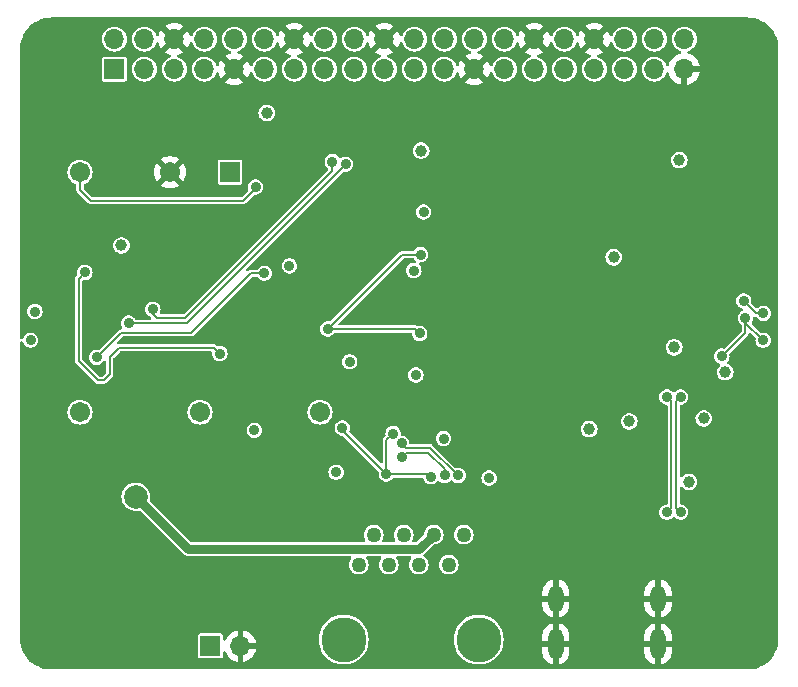
<source format=gbl>
G04 #@! TF.GenerationSoftware,KiCad,Pcbnew,8.0.0*
G04 #@! TF.CreationDate,2024-07-06T17:56:43-07:00*
G04 #@! TF.ProjectId,rpi_hat_v1,7270695f-6861-4745-9f76-312e6b696361,rev?*
G04 #@! TF.SameCoordinates,Original*
G04 #@! TF.FileFunction,Copper,L4,Bot*
G04 #@! TF.FilePolarity,Positive*
%FSLAX46Y46*%
G04 Gerber Fmt 4.6, Leading zero omitted, Abs format (unit mm)*
G04 Created by KiCad (PCBNEW 8.0.0) date 2024-07-06 17:56:43*
%MOMM*%
%LPD*%
G01*
G04 APERTURE LIST*
G04 #@! TA.AperFunction,ComponentPad*
%ADD10O,1.300000X2.300000*%
G04 #@! TD*
G04 #@! TA.AperFunction,ComponentPad*
%ADD11O,1.300000X2.600000*%
G04 #@! TD*
G04 #@! TA.AperFunction,ComponentPad*
%ADD12R,1.700000X1.700000*%
G04 #@! TD*
G04 #@! TA.AperFunction,ComponentPad*
%ADD13O,1.700000X1.700000*%
G04 #@! TD*
G04 #@! TA.AperFunction,ComponentPad*
%ADD14C,1.270000*%
G04 #@! TD*
G04 #@! TA.AperFunction,ComponentPad*
%ADD15C,3.810000*%
G04 #@! TD*
G04 #@! TA.AperFunction,ComponentPad*
%ADD16R,1.710000X1.710000*%
G04 #@! TD*
G04 #@! TA.AperFunction,ComponentPad*
%ADD17C,1.710000*%
G04 #@! TD*
G04 #@! TA.AperFunction,ViaPad*
%ADD18C,1.000000*%
G04 #@! TD*
G04 #@! TA.AperFunction,ViaPad*
%ADD19C,0.900000*%
G04 #@! TD*
G04 #@! TA.AperFunction,ViaPad*
%ADD20C,2.000000*%
G04 #@! TD*
G04 #@! TA.AperFunction,Conductor*
%ADD21C,0.200000*%
G04 #@! TD*
G04 #@! TA.AperFunction,Conductor*
%ADD22C,0.762000*%
G04 #@! TD*
G04 APERTURE END LIST*
D10*
X145755000Y-93600000D03*
D11*
X145755000Y-97425000D03*
D10*
X154395000Y-93600000D03*
D11*
X154395000Y-97425000D03*
D12*
X116510000Y-97600000D03*
D13*
X119050000Y-97600000D03*
D14*
X129055000Y-90721000D03*
X130325000Y-88181000D03*
X131595000Y-90721000D03*
X132865000Y-88181000D03*
X134135000Y-90721000D03*
X135405000Y-88181000D03*
X136675000Y-90721000D03*
X137945000Y-88181000D03*
D15*
X127785000Y-97071000D03*
X139215000Y-97071000D03*
D12*
X108370000Y-48770000D03*
D13*
X108370000Y-46230000D03*
X110910000Y-48770000D03*
X110910000Y-46230000D03*
X113450000Y-48770000D03*
X113450000Y-46230000D03*
X115990000Y-48770000D03*
X115990000Y-46230000D03*
X118530000Y-48770000D03*
X118530000Y-46230000D03*
X121070000Y-48770000D03*
X121070000Y-46230000D03*
X123610000Y-48770000D03*
X123610000Y-46230000D03*
X126150000Y-48770000D03*
X126150000Y-46230000D03*
X128690000Y-48770000D03*
X128690000Y-46230000D03*
X131230000Y-48770000D03*
X131230000Y-46230000D03*
X133770000Y-48770000D03*
X133770000Y-46230000D03*
X136310000Y-48770000D03*
X136310000Y-46230000D03*
X138850000Y-48770000D03*
X138850000Y-46230000D03*
X141390000Y-48770000D03*
X141390000Y-46230000D03*
X143930000Y-48770000D03*
X143930000Y-46230000D03*
X146470000Y-48770000D03*
X146470000Y-46230000D03*
X149010000Y-48770000D03*
X149010000Y-46230000D03*
X151550000Y-48770000D03*
X151550000Y-46230000D03*
X154090000Y-48770000D03*
X154090000Y-46230000D03*
X156630000Y-48770000D03*
X156630000Y-46230000D03*
D16*
X118165000Y-57490000D03*
D17*
X113085000Y-57490000D03*
X105465000Y-57490000D03*
X105465000Y-77810000D03*
X115625000Y-77810000D03*
X125785000Y-77810000D03*
D18*
X146975000Y-72050000D03*
X157025000Y-83725000D03*
X158275000Y-78350000D03*
X156200000Y-56475000D03*
X121275000Y-52475000D03*
X108975000Y-63700000D03*
X160100000Y-74425000D03*
X151975000Y-78600000D03*
X134350000Y-55675000D03*
X155775000Y-72325000D03*
X148575000Y-79250000D03*
X150650000Y-64700000D03*
D19*
X134550000Y-60875000D03*
X140100000Y-83400000D03*
X101275000Y-71725000D03*
X123200000Y-65425000D03*
X128300000Y-73550000D03*
X101650000Y-69300000D03*
X133900000Y-74675000D03*
X133725000Y-65825000D03*
X120225000Y-79350000D03*
X127150000Y-82900000D03*
X136250000Y-80050000D03*
X121075000Y-66050000D03*
X106875000Y-73175000D03*
X134300000Y-64475000D03*
X134225000Y-71150000D03*
X126425000Y-70775000D03*
D20*
X110175000Y-84975000D03*
D19*
X105875000Y-65975000D03*
X135164431Y-83264431D03*
X131975000Y-79625000D03*
X117300000Y-72850000D03*
X127675000Y-79150000D03*
X131400000Y-83050000D03*
X132699817Y-81608118D03*
X136325000Y-83175000D03*
X137475000Y-83175000D03*
X132699817Y-80458118D03*
X120325000Y-58750000D03*
X155161750Y-86290107D03*
X155161750Y-76525000D03*
X156311750Y-86290107D03*
X156311750Y-76525000D03*
X161800000Y-69825000D03*
X159800000Y-73075000D03*
X163300000Y-71725000D03*
X161657169Y-68392831D03*
X163325000Y-69450000D03*
X127950000Y-56825000D03*
X109575000Y-70275000D03*
X111625000Y-69100000D03*
X126825000Y-56600000D03*
D21*
X134225000Y-71150000D02*
X133850000Y-70775000D01*
X133850000Y-70775000D02*
X126425000Y-70775000D01*
X114875000Y-71100000D02*
X108950000Y-71100000D01*
X121075000Y-66050000D02*
X119925000Y-66050000D01*
X132725000Y-64475000D02*
X126425000Y-70775000D01*
X119925000Y-66050000D02*
X114875000Y-71100000D01*
X108950000Y-71100000D02*
X106875000Y-73175000D01*
X134300000Y-64475000D02*
X132725000Y-64475000D01*
D22*
X134189000Y-89397000D02*
X114597000Y-89397000D01*
X135405000Y-88181000D02*
X134189000Y-89397000D01*
X114597000Y-89397000D02*
X110175000Y-84975000D01*
D21*
X108735661Y-72375000D02*
X107975000Y-73135661D01*
X134950000Y-83050000D02*
X135164431Y-83264431D01*
X131400000Y-83050000D02*
X131400000Y-80200000D01*
X105350000Y-73500000D02*
X105350000Y-72750000D01*
X107975000Y-73135661D02*
X107975000Y-74625000D01*
X131400000Y-80200000D02*
X131975000Y-79625000D01*
X107975000Y-74625000D02*
X107500000Y-75100000D01*
X116825000Y-72375000D02*
X115750000Y-72375000D01*
X127675000Y-79325000D02*
X127675000Y-79150000D01*
X117300000Y-72850000D02*
X116825000Y-72375000D01*
X106950000Y-75100000D02*
X105350000Y-73500000D01*
X131400000Y-83050000D02*
X127675000Y-79325000D01*
X105350000Y-72750000D02*
X105350000Y-66500000D01*
X105350000Y-66500000D02*
X105875000Y-65975000D01*
X131400000Y-83050000D02*
X134950000Y-83050000D01*
X107500000Y-75100000D02*
X106950000Y-75100000D01*
X115750000Y-72375000D02*
X108735661Y-72375000D01*
X136325000Y-83175000D02*
X136325000Y-82661397D01*
X134921722Y-81258119D02*
X133049816Y-81258119D01*
X133049816Y-81258119D02*
X132699817Y-81608118D01*
X136325000Y-82661397D02*
X134921722Y-81258119D01*
X133049816Y-80808117D02*
X132699817Y-80458118D01*
X137475000Y-83175000D02*
X135108117Y-80808117D01*
X135108117Y-80808117D02*
X133049816Y-80808117D01*
X119275000Y-59900000D02*
X106375000Y-59900000D01*
X105465000Y-58990000D02*
X105465000Y-57490000D01*
X106375000Y-59900000D02*
X105465000Y-58990000D01*
X120325000Y-58850000D02*
X119275000Y-59900000D01*
X120325000Y-58750000D02*
X120325000Y-58850000D01*
X155511749Y-76874999D02*
X155161750Y-76525000D01*
X155511749Y-85940108D02*
X155511749Y-76874999D01*
X155161750Y-86290107D02*
X155511749Y-85940108D01*
X156311750Y-86290107D02*
X155961751Y-85940108D01*
X155961751Y-85940108D02*
X155961751Y-76874999D01*
X155961751Y-76874999D02*
X156311750Y-76525000D01*
X159800000Y-73075000D02*
X161800000Y-71075000D01*
X161800000Y-71075000D02*
X161800000Y-69825000D01*
X163300000Y-71725000D02*
X161800000Y-70225000D01*
X161800000Y-70225000D02*
X161800000Y-69825000D01*
X163325000Y-69450000D02*
X162714338Y-69450000D01*
X162714338Y-69450000D02*
X161657169Y-68392831D01*
X127950000Y-56825000D02*
X114500000Y-70275000D01*
X114500000Y-70275000D02*
X109575000Y-70275000D01*
X111950000Y-69825000D02*
X111625000Y-69500000D01*
X126825000Y-56600000D02*
X126825000Y-57384314D01*
X126825000Y-57384314D02*
X114384314Y-69825000D01*
X114384314Y-69825000D02*
X111950000Y-69825000D01*
X111625000Y-69500000D02*
X111625000Y-69100000D01*
G04 #@! TA.AperFunction,Conductor*
G36*
X162003471Y-44400695D02*
G01*
X162041470Y-44402828D01*
X162284106Y-44416454D01*
X162297909Y-44418010D01*
X162571584Y-44464509D01*
X162585123Y-44467599D01*
X162851874Y-44544449D01*
X162864993Y-44549040D01*
X163121445Y-44655265D01*
X163133967Y-44661294D01*
X163320623Y-44764456D01*
X163376921Y-44795571D01*
X163388695Y-44802969D01*
X163615081Y-44963598D01*
X163625953Y-44972268D01*
X163785750Y-45115072D01*
X163832931Y-45157235D01*
X163842762Y-45167066D01*
X163867457Y-45194700D01*
X164027731Y-45374046D01*
X164036401Y-45384918D01*
X164197030Y-45611304D01*
X164204428Y-45623078D01*
X164338701Y-45866025D01*
X164344734Y-45878554D01*
X164450959Y-46135006D01*
X164455552Y-46148130D01*
X164532397Y-46414865D01*
X164535491Y-46428422D01*
X164581988Y-46702082D01*
X164583545Y-46715900D01*
X164599305Y-46996527D01*
X164599500Y-47003480D01*
X164599500Y-96996519D01*
X164599305Y-97003472D01*
X164583545Y-97284099D01*
X164581988Y-97297917D01*
X164535491Y-97571577D01*
X164532397Y-97585134D01*
X164455552Y-97851869D01*
X164450959Y-97864993D01*
X164344734Y-98121445D01*
X164338701Y-98133974D01*
X164204428Y-98376921D01*
X164197030Y-98388695D01*
X164036401Y-98615081D01*
X164027731Y-98625953D01*
X163842764Y-98832931D01*
X163832931Y-98842764D01*
X163625953Y-99027731D01*
X163615081Y-99036401D01*
X163388695Y-99197030D01*
X163376921Y-99204428D01*
X163133974Y-99338701D01*
X163121445Y-99344734D01*
X162864993Y-99450959D01*
X162851869Y-99455552D01*
X162585134Y-99532397D01*
X162571577Y-99535491D01*
X162297917Y-99581988D01*
X162284099Y-99583545D01*
X162003472Y-99599305D01*
X161996519Y-99599500D01*
X103003481Y-99599500D01*
X102996528Y-99599305D01*
X102715900Y-99583545D01*
X102702082Y-99581988D01*
X102428422Y-99535491D01*
X102414865Y-99532397D01*
X102148130Y-99455552D01*
X102135006Y-99450959D01*
X101878554Y-99344734D01*
X101866025Y-99338701D01*
X101623078Y-99204428D01*
X101611304Y-99197030D01*
X101384918Y-99036401D01*
X101374046Y-99027731D01*
X101270557Y-98935247D01*
X101167066Y-98842762D01*
X101157235Y-98832931D01*
X100972268Y-98625953D01*
X100963598Y-98615081D01*
X100860482Y-98469752D01*
X115459500Y-98469752D01*
X115471131Y-98528229D01*
X115471132Y-98528230D01*
X115515447Y-98594552D01*
X115581769Y-98638867D01*
X115581770Y-98638868D01*
X115640247Y-98650499D01*
X115640250Y-98650500D01*
X115640252Y-98650500D01*
X117379750Y-98650500D01*
X117379751Y-98650499D01*
X117394568Y-98647552D01*
X117438229Y-98638868D01*
X117438229Y-98638867D01*
X117438231Y-98638867D01*
X117504552Y-98594552D01*
X117548867Y-98528231D01*
X117548867Y-98528229D01*
X117548868Y-98528229D01*
X117557552Y-98484568D01*
X117560500Y-98469748D01*
X117560500Y-98159456D01*
X117580185Y-98092417D01*
X117632989Y-98046662D01*
X117702147Y-98036718D01*
X117765703Y-98065743D01*
X117796882Y-98107051D01*
X117876400Y-98277578D01*
X118011894Y-98471082D01*
X118178917Y-98638105D01*
X118372421Y-98773600D01*
X118586507Y-98873429D01*
X118586516Y-98873433D01*
X118800000Y-98930634D01*
X118800000Y-98033012D01*
X118857007Y-98065925D01*
X118984174Y-98100000D01*
X119115826Y-98100000D01*
X119242993Y-98065925D01*
X119300000Y-98033012D01*
X119300000Y-98930633D01*
X119513483Y-98873433D01*
X119513492Y-98873429D01*
X119727578Y-98773600D01*
X119921082Y-98638105D01*
X120088105Y-98471082D01*
X120223600Y-98277578D01*
X120323429Y-98063492D01*
X120323432Y-98063486D01*
X120380636Y-97850000D01*
X119483012Y-97850000D01*
X119515925Y-97792993D01*
X119550000Y-97665826D01*
X119550000Y-97534174D01*
X119515925Y-97407007D01*
X119483012Y-97350000D01*
X120380636Y-97350000D01*
X120380635Y-97349999D01*
X120323432Y-97136513D01*
X120323429Y-97136507D01*
X120292883Y-97071000D01*
X125674580Y-97071000D01*
X125694236Y-97358363D01*
X125752840Y-97640387D01*
X125752841Y-97640390D01*
X125849297Y-97911790D01*
X125849296Y-97911790D01*
X125981816Y-98167541D01*
X125981820Y-98167547D01*
X126147920Y-98402858D01*
X126344529Y-98613374D01*
X126469500Y-98715045D01*
X126567962Y-98795150D01*
X126567964Y-98795151D01*
X126567965Y-98795152D01*
X126814071Y-98944812D01*
X127004971Y-99027731D01*
X127078263Y-99059566D01*
X127355622Y-99137279D01*
X127606497Y-99171760D01*
X127640979Y-99176500D01*
X127640980Y-99176500D01*
X127929021Y-99176500D01*
X127959785Y-99172271D01*
X128214378Y-99137279D01*
X128491737Y-99059566D01*
X128755930Y-98944811D01*
X129002038Y-98795150D01*
X129225474Y-98613371D01*
X129422077Y-98402861D01*
X129588184Y-98167540D01*
X129720701Y-97911794D01*
X129817160Y-97640385D01*
X129875763Y-97358369D01*
X129895420Y-97071000D01*
X137104580Y-97071000D01*
X137124236Y-97358363D01*
X137182840Y-97640387D01*
X137182841Y-97640390D01*
X137279297Y-97911790D01*
X137279296Y-97911790D01*
X137411816Y-98167541D01*
X137411820Y-98167547D01*
X137577920Y-98402858D01*
X137774529Y-98613374D01*
X137899500Y-98715045D01*
X137997962Y-98795150D01*
X137997964Y-98795151D01*
X137997965Y-98795152D01*
X138244071Y-98944812D01*
X138434971Y-99027731D01*
X138508263Y-99059566D01*
X138785622Y-99137279D01*
X139036497Y-99171760D01*
X139070979Y-99176500D01*
X139070980Y-99176500D01*
X139359021Y-99176500D01*
X139389785Y-99172271D01*
X139644378Y-99137279D01*
X139921737Y-99059566D01*
X140185930Y-98944811D01*
X140432038Y-98795150D01*
X140655474Y-98613371D01*
X140852077Y-98402861D01*
X141018184Y-98167540D01*
X141019238Y-98165506D01*
X144605000Y-98165506D01*
X144633317Y-98344293D01*
X144689251Y-98516444D01*
X144689252Y-98516447D01*
X144771434Y-98677734D01*
X144877823Y-98824169D01*
X145005830Y-98952176D01*
X145152265Y-99058565D01*
X145313552Y-99140747D01*
X145313555Y-99140748D01*
X145485699Y-99196680D01*
X145485712Y-99196683D01*
X145505000Y-99199738D01*
X145505000Y-98241988D01*
X145514940Y-98259205D01*
X145570795Y-98315060D01*
X145639204Y-98354556D01*
X145715504Y-98375000D01*
X145794496Y-98375000D01*
X145870796Y-98354556D01*
X145939205Y-98315060D01*
X145995060Y-98259205D01*
X146005000Y-98241988D01*
X146005000Y-99199737D01*
X146024287Y-99196683D01*
X146024300Y-99196680D01*
X146196444Y-99140748D01*
X146196447Y-99140747D01*
X146357734Y-99058565D01*
X146504169Y-98952176D01*
X146632176Y-98824169D01*
X146738565Y-98677734D01*
X146820747Y-98516447D01*
X146820748Y-98516444D01*
X146876682Y-98344293D01*
X146905000Y-98165506D01*
X153245000Y-98165506D01*
X153273317Y-98344293D01*
X153329251Y-98516444D01*
X153329252Y-98516447D01*
X153411434Y-98677734D01*
X153517823Y-98824169D01*
X153645830Y-98952176D01*
X153792265Y-99058565D01*
X153953552Y-99140747D01*
X153953555Y-99140748D01*
X154125699Y-99196680D01*
X154125712Y-99196683D01*
X154145000Y-99199738D01*
X154145000Y-98241988D01*
X154154940Y-98259205D01*
X154210795Y-98315060D01*
X154279204Y-98354556D01*
X154355504Y-98375000D01*
X154434496Y-98375000D01*
X154510796Y-98354556D01*
X154579205Y-98315060D01*
X154635060Y-98259205D01*
X154645000Y-98241988D01*
X154645000Y-99199737D01*
X154664287Y-99196683D01*
X154664300Y-99196680D01*
X154836444Y-99140748D01*
X154836447Y-99140747D01*
X154997734Y-99058565D01*
X155144169Y-98952176D01*
X155272176Y-98824169D01*
X155378565Y-98677734D01*
X155460747Y-98516447D01*
X155460748Y-98516444D01*
X155516682Y-98344293D01*
X155545000Y-98165506D01*
X155545000Y-97675000D01*
X154695000Y-97675000D01*
X154695000Y-97175000D01*
X155545000Y-97175000D01*
X155545000Y-96684493D01*
X155516682Y-96505706D01*
X155460748Y-96333555D01*
X155460747Y-96333552D01*
X155378565Y-96172265D01*
X155272176Y-96025830D01*
X155144169Y-95897823D01*
X154997734Y-95791434D01*
X154836447Y-95709252D01*
X154836441Y-95709250D01*
X154664295Y-95653318D01*
X154664285Y-95653315D01*
X154645000Y-95650260D01*
X154645000Y-96608011D01*
X154635060Y-96590795D01*
X154579205Y-96534940D01*
X154510796Y-96495444D01*
X154434496Y-96475000D01*
X154355504Y-96475000D01*
X154279204Y-96495444D01*
X154210795Y-96534940D01*
X154154940Y-96590795D01*
X154145000Y-96608011D01*
X154145000Y-95650260D01*
X154125714Y-95653315D01*
X154125704Y-95653318D01*
X153953558Y-95709250D01*
X153953552Y-95709252D01*
X153792265Y-95791434D01*
X153645830Y-95897823D01*
X153517823Y-96025830D01*
X153411434Y-96172265D01*
X153329252Y-96333552D01*
X153329251Y-96333555D01*
X153273317Y-96505706D01*
X153245000Y-96684493D01*
X153245000Y-97175000D01*
X154095000Y-97175000D01*
X154095000Y-97675000D01*
X153245000Y-97675000D01*
X153245000Y-98165506D01*
X146905000Y-98165506D01*
X146905000Y-97675000D01*
X146055000Y-97675000D01*
X146055000Y-97175000D01*
X146905000Y-97175000D01*
X146905000Y-96684493D01*
X146876682Y-96505706D01*
X146820748Y-96333555D01*
X146820747Y-96333552D01*
X146738565Y-96172265D01*
X146632176Y-96025830D01*
X146504169Y-95897823D01*
X146357734Y-95791434D01*
X146196447Y-95709252D01*
X146196441Y-95709250D01*
X146024295Y-95653318D01*
X146024285Y-95653315D01*
X146005000Y-95650260D01*
X146005000Y-96608011D01*
X145995060Y-96590795D01*
X145939205Y-96534940D01*
X145870796Y-96495444D01*
X145794496Y-96475000D01*
X145715504Y-96475000D01*
X145639204Y-96495444D01*
X145570795Y-96534940D01*
X145514940Y-96590795D01*
X145505000Y-96608011D01*
X145505000Y-95650260D01*
X145485714Y-95653315D01*
X145485704Y-95653318D01*
X145313558Y-95709250D01*
X145313552Y-95709252D01*
X145152265Y-95791434D01*
X145005830Y-95897823D01*
X144877823Y-96025830D01*
X144771434Y-96172265D01*
X144689252Y-96333552D01*
X144689251Y-96333555D01*
X144633317Y-96505706D01*
X144605000Y-96684493D01*
X144605000Y-97175000D01*
X145455000Y-97175000D01*
X145455000Y-97675000D01*
X144605000Y-97675000D01*
X144605000Y-98165506D01*
X141019238Y-98165506D01*
X141150701Y-97911794D01*
X141247160Y-97640385D01*
X141305763Y-97358369D01*
X141325420Y-97071000D01*
X141305763Y-96783631D01*
X141247160Y-96501615D01*
X141150702Y-96230209D01*
X141150703Y-96230209D01*
X141018183Y-95974458D01*
X141018179Y-95974452D01*
X140852079Y-95739141D01*
X140655470Y-95528625D01*
X140432034Y-95346847D01*
X140185928Y-95197187D01*
X139921738Y-95082434D01*
X139644383Y-95004722D01*
X139644379Y-95004721D01*
X139644378Y-95004721D01*
X139501699Y-94985110D01*
X139359021Y-94965500D01*
X139359020Y-94965500D01*
X139070980Y-94965500D01*
X139070979Y-94965500D01*
X138785622Y-95004721D01*
X138785616Y-95004722D01*
X138508261Y-95082434D01*
X138244071Y-95197187D01*
X137997965Y-95346847D01*
X137774529Y-95528625D01*
X137577920Y-95739141D01*
X137411820Y-95974452D01*
X137411816Y-95974458D01*
X137279297Y-96230209D01*
X137182841Y-96501609D01*
X137182840Y-96501612D01*
X137124236Y-96783636D01*
X137104580Y-97071000D01*
X129895420Y-97071000D01*
X129875763Y-96783631D01*
X129817160Y-96501615D01*
X129720702Y-96230209D01*
X129720703Y-96230209D01*
X129588183Y-95974458D01*
X129588179Y-95974452D01*
X129422079Y-95739141D01*
X129225470Y-95528625D01*
X129002034Y-95346847D01*
X128755928Y-95197187D01*
X128491738Y-95082434D01*
X128214383Y-95004722D01*
X128214379Y-95004721D01*
X128214378Y-95004721D01*
X128071699Y-94985110D01*
X127929021Y-94965500D01*
X127929020Y-94965500D01*
X127640980Y-94965500D01*
X127640979Y-94965500D01*
X127355622Y-95004721D01*
X127355616Y-95004722D01*
X127078261Y-95082434D01*
X126814071Y-95197187D01*
X126567965Y-95346847D01*
X126344529Y-95528625D01*
X126147920Y-95739141D01*
X125981820Y-95974452D01*
X125981816Y-95974458D01*
X125849297Y-96230209D01*
X125752841Y-96501609D01*
X125752840Y-96501612D01*
X125694236Y-96783636D01*
X125674580Y-97071000D01*
X120292883Y-97071000D01*
X120223600Y-96922422D01*
X120223599Y-96922420D01*
X120088113Y-96728926D01*
X120088108Y-96728920D01*
X119921082Y-96561894D01*
X119727578Y-96426399D01*
X119513492Y-96326570D01*
X119513486Y-96326567D01*
X119300000Y-96269364D01*
X119300000Y-97166988D01*
X119242993Y-97134075D01*
X119115826Y-97100000D01*
X118984174Y-97100000D01*
X118857007Y-97134075D01*
X118800000Y-97166988D01*
X118800000Y-96269364D01*
X118799999Y-96269364D01*
X118586513Y-96326567D01*
X118586507Y-96326570D01*
X118372422Y-96426399D01*
X118372420Y-96426400D01*
X118178926Y-96561886D01*
X118178920Y-96561891D01*
X118011891Y-96728920D01*
X118011886Y-96728926D01*
X117876400Y-96922420D01*
X117876399Y-96922422D01*
X117796882Y-97092948D01*
X117750710Y-97145387D01*
X117683516Y-97164539D01*
X117616635Y-97144323D01*
X117571300Y-97091158D01*
X117560500Y-97040543D01*
X117560500Y-96730249D01*
X117560499Y-96730247D01*
X117548868Y-96671770D01*
X117548867Y-96671769D01*
X117504552Y-96605447D01*
X117438230Y-96561132D01*
X117438229Y-96561131D01*
X117379752Y-96549500D01*
X117379748Y-96549500D01*
X115640252Y-96549500D01*
X115640247Y-96549500D01*
X115581770Y-96561131D01*
X115581769Y-96561132D01*
X115515447Y-96605447D01*
X115471132Y-96671769D01*
X115471131Y-96671770D01*
X115459500Y-96730247D01*
X115459500Y-98469752D01*
X100860482Y-98469752D01*
X100802969Y-98388695D01*
X100795571Y-98376921D01*
X100692703Y-98190796D01*
X100661294Y-98133967D01*
X100655265Y-98121445D01*
X100549040Y-97864993D01*
X100544447Y-97851869D01*
X100543909Y-97850000D01*
X100467599Y-97585123D01*
X100464508Y-97571577D01*
X100457900Y-97532685D01*
X100418010Y-97297909D01*
X100416454Y-97284106D01*
X100400695Y-97003471D01*
X100400500Y-96996519D01*
X100400500Y-94190506D01*
X144605000Y-94190506D01*
X144633317Y-94369293D01*
X144689251Y-94541444D01*
X144689252Y-94541447D01*
X144771434Y-94702734D01*
X144877823Y-94849169D01*
X145005830Y-94977176D01*
X145152265Y-95083565D01*
X145313552Y-95165747D01*
X145313555Y-95165748D01*
X145485699Y-95221680D01*
X145485712Y-95221683D01*
X145505000Y-95224738D01*
X145505000Y-94266988D01*
X145514940Y-94284205D01*
X145570795Y-94340060D01*
X145639204Y-94379556D01*
X145715504Y-94400000D01*
X145794496Y-94400000D01*
X145870796Y-94379556D01*
X145939205Y-94340060D01*
X145995060Y-94284205D01*
X146005000Y-94266988D01*
X146005000Y-95224737D01*
X146024287Y-95221683D01*
X146024300Y-95221680D01*
X146196444Y-95165748D01*
X146196447Y-95165747D01*
X146357734Y-95083565D01*
X146504169Y-94977176D01*
X146632176Y-94849169D01*
X146738565Y-94702734D01*
X146820747Y-94541447D01*
X146820748Y-94541444D01*
X146876682Y-94369293D01*
X146905000Y-94190506D01*
X153245000Y-94190506D01*
X153273317Y-94369293D01*
X153329251Y-94541444D01*
X153329252Y-94541447D01*
X153411434Y-94702734D01*
X153517823Y-94849169D01*
X153645830Y-94977176D01*
X153792265Y-95083565D01*
X153953552Y-95165747D01*
X153953555Y-95165748D01*
X154125699Y-95221680D01*
X154125712Y-95221683D01*
X154145000Y-95224738D01*
X154145000Y-94266988D01*
X154154940Y-94284205D01*
X154210795Y-94340060D01*
X154279204Y-94379556D01*
X154355504Y-94400000D01*
X154434496Y-94400000D01*
X154510796Y-94379556D01*
X154579205Y-94340060D01*
X154635060Y-94284205D01*
X154645000Y-94266988D01*
X154645000Y-95224737D01*
X154664287Y-95221683D01*
X154664300Y-95221680D01*
X154836444Y-95165748D01*
X154836447Y-95165747D01*
X154997734Y-95083565D01*
X155144169Y-94977176D01*
X155272176Y-94849169D01*
X155378565Y-94702734D01*
X155460747Y-94541447D01*
X155460748Y-94541444D01*
X155516682Y-94369293D01*
X155545000Y-94190506D01*
X155545000Y-93850000D01*
X154695000Y-93850000D01*
X154695000Y-93350000D01*
X155545000Y-93350000D01*
X155545000Y-93009493D01*
X155516682Y-92830706D01*
X155460748Y-92658555D01*
X155460747Y-92658552D01*
X155378565Y-92497265D01*
X155272176Y-92350830D01*
X155144169Y-92222823D01*
X154997734Y-92116434D01*
X154836447Y-92034252D01*
X154836441Y-92034250D01*
X154664295Y-91978318D01*
X154664285Y-91978315D01*
X154645000Y-91975260D01*
X154645000Y-92933011D01*
X154635060Y-92915795D01*
X154579205Y-92859940D01*
X154510796Y-92820444D01*
X154434496Y-92800000D01*
X154355504Y-92800000D01*
X154279204Y-92820444D01*
X154210795Y-92859940D01*
X154154940Y-92915795D01*
X154145000Y-92933011D01*
X154145000Y-91975260D01*
X154125714Y-91978315D01*
X154125704Y-91978318D01*
X153953558Y-92034250D01*
X153953552Y-92034252D01*
X153792265Y-92116434D01*
X153645830Y-92222823D01*
X153517823Y-92350830D01*
X153411434Y-92497265D01*
X153329252Y-92658552D01*
X153329251Y-92658555D01*
X153273317Y-92830706D01*
X153245000Y-93009493D01*
X153245000Y-93350000D01*
X154095000Y-93350000D01*
X154095000Y-93850000D01*
X153245000Y-93850000D01*
X153245000Y-94190506D01*
X146905000Y-94190506D01*
X146905000Y-93850000D01*
X146055000Y-93850000D01*
X146055000Y-93350000D01*
X146905000Y-93350000D01*
X146905000Y-93009493D01*
X146876682Y-92830706D01*
X146820748Y-92658555D01*
X146820747Y-92658552D01*
X146738565Y-92497265D01*
X146632176Y-92350830D01*
X146504169Y-92222823D01*
X146357734Y-92116434D01*
X146196447Y-92034252D01*
X146196441Y-92034250D01*
X146024295Y-91978318D01*
X146024285Y-91978315D01*
X146005000Y-91975260D01*
X146005000Y-92933011D01*
X145995060Y-92915795D01*
X145939205Y-92859940D01*
X145870796Y-92820444D01*
X145794496Y-92800000D01*
X145715504Y-92800000D01*
X145639204Y-92820444D01*
X145570795Y-92859940D01*
X145514940Y-92915795D01*
X145505000Y-92933011D01*
X145505000Y-91975260D01*
X145485714Y-91978315D01*
X145485704Y-91978318D01*
X145313558Y-92034250D01*
X145313552Y-92034252D01*
X145152265Y-92116434D01*
X145005830Y-92222823D01*
X144877823Y-92350830D01*
X144771434Y-92497265D01*
X144689252Y-92658552D01*
X144689251Y-92658555D01*
X144633317Y-92830706D01*
X144605000Y-93009493D01*
X144605000Y-93350000D01*
X145455000Y-93350000D01*
X145455000Y-93850000D01*
X144605000Y-93850000D01*
X144605000Y-94190506D01*
X100400500Y-94190506D01*
X100400500Y-84975000D01*
X108969357Y-84975000D01*
X108989884Y-85196535D01*
X108989885Y-85196537D01*
X109050769Y-85410523D01*
X109050775Y-85410538D01*
X109149938Y-85609683D01*
X109149943Y-85609691D01*
X109284020Y-85787238D01*
X109448437Y-85937123D01*
X109448439Y-85937125D01*
X109637595Y-86054245D01*
X109637596Y-86054245D01*
X109637599Y-86054247D01*
X109845060Y-86134618D01*
X110063757Y-86175500D01*
X110063759Y-86175500D01*
X110286241Y-86175500D01*
X110286243Y-86175500D01*
X110446854Y-86145476D01*
X110516367Y-86152507D01*
X110557318Y-86179684D01*
X114239950Y-89862316D01*
X114372549Y-89938872D01*
X114520444Y-89978500D01*
X114673555Y-89978500D01*
X128320765Y-89978500D01*
X128387804Y-89998185D01*
X128433559Y-90050989D01*
X128443503Y-90120147D01*
X128414478Y-90183703D01*
X128412915Y-90185472D01*
X128375342Y-90227201D01*
X128287529Y-90379298D01*
X128233257Y-90546329D01*
X128233256Y-90546333D01*
X128214898Y-90721000D01*
X128233256Y-90895667D01*
X128233257Y-90895670D01*
X128287529Y-91062701D01*
X128375340Y-91214796D01*
X128375341Y-91214798D01*
X128375343Y-91214800D01*
X128492862Y-91345317D01*
X128596096Y-91420321D01*
X128634950Y-91448551D01*
X128696540Y-91475971D01*
X128795394Y-91519984D01*
X128967185Y-91556500D01*
X129142815Y-91556500D01*
X129314606Y-91519984D01*
X129475051Y-91448550D01*
X129617138Y-91345317D01*
X129734657Y-91214800D01*
X129822471Y-91062700D01*
X129876744Y-90895667D01*
X129895102Y-90721000D01*
X129876744Y-90546333D01*
X129822471Y-90379300D01*
X129734657Y-90227200D01*
X129697085Y-90185472D01*
X129666855Y-90122480D01*
X129675480Y-90053145D01*
X129720222Y-89999480D01*
X129786874Y-89978522D01*
X129789235Y-89978500D01*
X130860765Y-89978500D01*
X130927804Y-89998185D01*
X130973559Y-90050989D01*
X130983503Y-90120147D01*
X130954478Y-90183703D01*
X130952915Y-90185472D01*
X130915342Y-90227201D01*
X130827529Y-90379298D01*
X130773257Y-90546329D01*
X130773256Y-90546333D01*
X130754898Y-90721000D01*
X130773256Y-90895667D01*
X130773257Y-90895670D01*
X130827529Y-91062701D01*
X130915340Y-91214796D01*
X130915341Y-91214798D01*
X130915343Y-91214800D01*
X131032862Y-91345317D01*
X131136096Y-91420321D01*
X131174950Y-91448551D01*
X131236540Y-91475971D01*
X131335394Y-91519984D01*
X131507185Y-91556500D01*
X131682815Y-91556500D01*
X131854606Y-91519984D01*
X132015051Y-91448550D01*
X132157138Y-91345317D01*
X132274657Y-91214800D01*
X132362471Y-91062700D01*
X132416744Y-90895667D01*
X132435102Y-90721000D01*
X132416744Y-90546333D01*
X132362471Y-90379300D01*
X132274657Y-90227200D01*
X132237085Y-90185472D01*
X132206855Y-90122480D01*
X132215480Y-90053145D01*
X132260222Y-89999480D01*
X132326874Y-89978522D01*
X132329235Y-89978500D01*
X133400765Y-89978500D01*
X133467804Y-89998185D01*
X133513559Y-90050989D01*
X133523503Y-90120147D01*
X133494478Y-90183703D01*
X133492915Y-90185472D01*
X133455342Y-90227201D01*
X133367529Y-90379298D01*
X133313257Y-90546329D01*
X133313256Y-90546333D01*
X133294898Y-90721000D01*
X133313256Y-90895667D01*
X133313257Y-90895670D01*
X133367529Y-91062701D01*
X133455340Y-91214796D01*
X133455341Y-91214798D01*
X133455343Y-91214800D01*
X133572862Y-91345317D01*
X133676096Y-91420321D01*
X133714950Y-91448551D01*
X133776540Y-91475971D01*
X133875394Y-91519984D01*
X134047185Y-91556500D01*
X134222815Y-91556500D01*
X134394606Y-91519984D01*
X134555051Y-91448550D01*
X134697138Y-91345317D01*
X134814657Y-91214800D01*
X134902471Y-91062700D01*
X134956744Y-90895667D01*
X134975102Y-90721000D01*
X135834898Y-90721000D01*
X135853256Y-90895667D01*
X135853257Y-90895670D01*
X135907529Y-91062701D01*
X135995340Y-91214796D01*
X135995341Y-91214798D01*
X135995343Y-91214800D01*
X136112862Y-91345317D01*
X136216096Y-91420321D01*
X136254950Y-91448551D01*
X136316540Y-91475971D01*
X136415394Y-91519984D01*
X136587185Y-91556500D01*
X136762815Y-91556500D01*
X136934606Y-91519984D01*
X137095051Y-91448550D01*
X137237138Y-91345317D01*
X137354657Y-91214800D01*
X137442471Y-91062700D01*
X137496744Y-90895667D01*
X137515102Y-90721000D01*
X137496744Y-90546333D01*
X137442471Y-90379300D01*
X137354657Y-90227200D01*
X137237138Y-90096683D01*
X137103351Y-89999480D01*
X137095049Y-89993448D01*
X136961729Y-89934092D01*
X136934606Y-89922016D01*
X136934604Y-89922015D01*
X136934603Y-89922015D01*
X136762815Y-89885500D01*
X136587185Y-89885500D01*
X136415396Y-89922015D01*
X136254950Y-89993448D01*
X136112863Y-90096682D01*
X135995340Y-90227203D01*
X135907529Y-90379298D01*
X135853257Y-90546329D01*
X135853256Y-90546333D01*
X135834898Y-90721000D01*
X134975102Y-90721000D01*
X134956744Y-90546333D01*
X134902471Y-90379300D01*
X134814657Y-90227200D01*
X134697138Y-90096683D01*
X134591342Y-90019817D01*
X134548677Y-89964486D01*
X134542698Y-89894873D01*
X134575304Y-89833078D01*
X134576408Y-89831957D01*
X134654316Y-89754050D01*
X134654317Y-89754047D01*
X135355546Y-89052819D01*
X135416869Y-89019334D01*
X135443227Y-89016500D01*
X135492815Y-89016500D01*
X135664606Y-88979984D01*
X135825051Y-88908550D01*
X135967138Y-88805317D01*
X136084657Y-88674800D01*
X136172471Y-88522700D01*
X136226744Y-88355667D01*
X136245102Y-88181000D01*
X137104898Y-88181000D01*
X137123256Y-88355667D01*
X137123257Y-88355670D01*
X137177529Y-88522701D01*
X137265340Y-88674796D01*
X137265341Y-88674798D01*
X137265343Y-88674800D01*
X137382862Y-88805317D01*
X137396878Y-88815500D01*
X137524950Y-88908551D01*
X137586540Y-88935971D01*
X137685394Y-88979984D01*
X137857185Y-89016500D01*
X138032815Y-89016500D01*
X138204606Y-88979984D01*
X138365051Y-88908550D01*
X138507138Y-88805317D01*
X138624657Y-88674800D01*
X138712471Y-88522700D01*
X138766744Y-88355667D01*
X138785102Y-88181000D01*
X138766744Y-88006333D01*
X138712471Y-87839300D01*
X138624657Y-87687200D01*
X138507138Y-87556683D01*
X138442757Y-87509907D01*
X138365049Y-87453448D01*
X138241868Y-87398606D01*
X138204606Y-87382016D01*
X138204604Y-87382015D01*
X138204603Y-87382015D01*
X138032815Y-87345500D01*
X137857185Y-87345500D01*
X137685396Y-87382015D01*
X137524950Y-87453448D01*
X137382863Y-87556682D01*
X137265340Y-87687203D01*
X137177529Y-87839298D01*
X137123257Y-88006329D01*
X137123256Y-88006333D01*
X137104898Y-88181000D01*
X136245102Y-88181000D01*
X136226744Y-88006333D01*
X136172471Y-87839300D01*
X136084657Y-87687200D01*
X135967138Y-87556683D01*
X135902757Y-87509907D01*
X135825049Y-87453448D01*
X135701868Y-87398606D01*
X135664606Y-87382016D01*
X135664604Y-87382015D01*
X135664603Y-87382015D01*
X135492815Y-87345500D01*
X135317185Y-87345500D01*
X135145396Y-87382015D01*
X134984950Y-87453448D01*
X134842863Y-87556682D01*
X134725340Y-87687203D01*
X134637529Y-87839298D01*
X134583257Y-88006329D01*
X134583256Y-88006333D01*
X134575454Y-88080564D01*
X134567404Y-88157151D01*
X134540819Y-88221765D01*
X134531764Y-88231869D01*
X133984454Y-88779181D01*
X133923131Y-88812666D01*
X133896773Y-88815500D01*
X133678198Y-88815500D01*
X133611159Y-88795815D01*
X133565404Y-88743011D01*
X133555460Y-88673853D01*
X133570811Y-88629500D01*
X133632470Y-88522701D01*
X133632471Y-88522700D01*
X133686744Y-88355667D01*
X133705102Y-88181000D01*
X133686744Y-88006333D01*
X133632471Y-87839300D01*
X133544657Y-87687200D01*
X133427138Y-87556683D01*
X133362757Y-87509907D01*
X133285049Y-87453448D01*
X133161868Y-87398606D01*
X133124606Y-87382016D01*
X133124604Y-87382015D01*
X133124603Y-87382015D01*
X132952815Y-87345500D01*
X132777185Y-87345500D01*
X132605396Y-87382015D01*
X132444950Y-87453448D01*
X132302863Y-87556682D01*
X132185340Y-87687203D01*
X132097529Y-87839298D01*
X132043257Y-88006329D01*
X132043256Y-88006333D01*
X132024898Y-88181000D01*
X132043256Y-88355667D01*
X132043257Y-88355670D01*
X132097529Y-88522701D01*
X132159189Y-88629500D01*
X132175662Y-88697400D01*
X132152809Y-88763427D01*
X132097888Y-88806618D01*
X132051802Y-88815500D01*
X131138198Y-88815500D01*
X131071159Y-88795815D01*
X131025404Y-88743011D01*
X131015460Y-88673853D01*
X131030811Y-88629500D01*
X131092470Y-88522701D01*
X131092471Y-88522700D01*
X131146744Y-88355667D01*
X131165102Y-88181000D01*
X131146744Y-88006333D01*
X131092471Y-87839300D01*
X131004657Y-87687200D01*
X130887138Y-87556683D01*
X130822757Y-87509907D01*
X130745049Y-87453448D01*
X130621868Y-87398606D01*
X130584606Y-87382016D01*
X130584604Y-87382015D01*
X130584603Y-87382015D01*
X130412815Y-87345500D01*
X130237185Y-87345500D01*
X130065396Y-87382015D01*
X129904950Y-87453448D01*
X129762863Y-87556682D01*
X129645340Y-87687203D01*
X129557529Y-87839298D01*
X129503257Y-88006329D01*
X129503256Y-88006333D01*
X129484898Y-88181000D01*
X129503256Y-88355667D01*
X129503257Y-88355670D01*
X129557529Y-88522701D01*
X129619189Y-88629500D01*
X129635662Y-88697400D01*
X129612809Y-88763427D01*
X129557888Y-88806618D01*
X129511802Y-88815500D01*
X114889228Y-88815500D01*
X114822189Y-88795815D01*
X114801547Y-88779181D01*
X112312472Y-86290107D01*
X154506472Y-86290107D01*
X154525512Y-86446925D01*
X154581530Y-86594630D01*
X154671267Y-86724637D01*
X154789510Y-86829390D01*
X154789512Y-86829391D01*
X154929384Y-86902803D01*
X155082764Y-86940607D01*
X155082765Y-86940607D01*
X155240735Y-86940607D01*
X155394115Y-86902803D01*
X155533987Y-86829392D01*
X155533988Y-86829390D01*
X155533990Y-86829390D01*
X155652233Y-86724637D01*
X155652235Y-86724633D01*
X155654523Y-86722607D01*
X155717756Y-86692886D01*
X155787020Y-86702070D01*
X155818977Y-86722607D01*
X155821264Y-86724633D01*
X155821267Y-86724637D01*
X155921024Y-86813013D01*
X155939512Y-86829392D01*
X156079384Y-86902803D01*
X156232764Y-86940607D01*
X156232765Y-86940607D01*
X156390735Y-86940607D01*
X156544115Y-86902803D01*
X156683990Y-86829390D01*
X156802233Y-86724637D01*
X156891970Y-86594630D01*
X156947987Y-86446925D01*
X156967028Y-86290107D01*
X156950321Y-86152507D01*
X156947987Y-86133288D01*
X156918010Y-86054247D01*
X156891970Y-85985584D01*
X156802233Y-85855577D01*
X156683990Y-85750824D01*
X156683988Y-85750823D01*
X156683987Y-85750822D01*
X156544115Y-85677410D01*
X156390736Y-85639607D01*
X156390735Y-85639607D01*
X156386251Y-85639607D01*
X156319212Y-85619922D01*
X156273457Y-85567118D01*
X156262251Y-85515607D01*
X156262251Y-84251031D01*
X156281936Y-84183992D01*
X156334740Y-84138237D01*
X156403898Y-84128293D01*
X156467454Y-84157318D01*
X156488299Y-84180588D01*
X156496817Y-84192929D01*
X156562401Y-84251031D01*
X156624150Y-84305736D01*
X156774773Y-84384789D01*
X156774775Y-84384790D01*
X156939944Y-84425500D01*
X157110056Y-84425500D01*
X157275225Y-84384790D01*
X157359972Y-84340311D01*
X157425849Y-84305736D01*
X157425850Y-84305734D01*
X157425852Y-84305734D01*
X157553183Y-84192929D01*
X157649818Y-84052930D01*
X157710140Y-83893872D01*
X157730645Y-83725000D01*
X157710140Y-83556128D01*
X157649818Y-83397070D01*
X157631260Y-83370185D01*
X157604777Y-83331818D01*
X157553183Y-83257071D01*
X157425852Y-83144266D01*
X157425849Y-83144263D01*
X157275226Y-83065210D01*
X157110056Y-83024500D01*
X156939944Y-83024500D01*
X156774773Y-83065210D01*
X156624150Y-83144263D01*
X156496816Y-83257071D01*
X156488300Y-83269410D01*
X156434016Y-83313399D01*
X156364568Y-83321057D01*
X156302003Y-83289953D01*
X156266187Y-83229962D01*
X156262251Y-83198968D01*
X156262251Y-78350000D01*
X157569355Y-78350000D01*
X157589859Y-78518869D01*
X157589860Y-78518874D01*
X157650182Y-78677931D01*
X157691165Y-78737304D01*
X157746817Y-78817929D01*
X157852505Y-78911560D01*
X157874150Y-78930736D01*
X157993131Y-78993182D01*
X158024775Y-79009790D01*
X158189944Y-79050500D01*
X158360056Y-79050500D01*
X158525225Y-79009790D01*
X158604692Y-78968081D01*
X158675849Y-78930736D01*
X158675850Y-78930734D01*
X158675852Y-78930734D01*
X158803183Y-78817929D01*
X158899818Y-78677930D01*
X158960140Y-78518872D01*
X158980645Y-78350000D01*
X158960140Y-78181128D01*
X158899818Y-78022070D01*
X158897880Y-78019263D01*
X158865476Y-77972318D01*
X158803183Y-77882071D01*
X158675852Y-77769266D01*
X158675849Y-77769263D01*
X158525226Y-77690210D01*
X158360056Y-77649500D01*
X158189944Y-77649500D01*
X158024773Y-77690210D01*
X157874150Y-77769263D01*
X157746816Y-77882072D01*
X157650182Y-78022068D01*
X157589860Y-78181125D01*
X157589859Y-78181130D01*
X157569355Y-78350000D01*
X156262251Y-78350000D01*
X156262251Y-77299500D01*
X156281936Y-77232461D01*
X156334740Y-77186706D01*
X156386251Y-77175500D01*
X156390735Y-77175500D01*
X156544115Y-77137696D01*
X156683990Y-77064283D01*
X156802233Y-76959530D01*
X156891970Y-76829523D01*
X156947987Y-76681818D01*
X156967028Y-76525000D01*
X156947987Y-76368182D01*
X156891970Y-76220477D01*
X156802233Y-76090470D01*
X156683990Y-75985717D01*
X156683988Y-75985716D01*
X156683987Y-75985715D01*
X156544115Y-75912303D01*
X156390736Y-75874500D01*
X156390735Y-75874500D01*
X156232765Y-75874500D01*
X156232764Y-75874500D01*
X156079384Y-75912303D01*
X155939512Y-75985715D01*
X155818977Y-76092499D01*
X155755743Y-76122220D01*
X155686480Y-76113036D01*
X155654523Y-76092499D01*
X155652233Y-76090470D01*
X155533990Y-75985717D01*
X155533988Y-75985716D01*
X155533987Y-75985715D01*
X155394115Y-75912303D01*
X155240736Y-75874500D01*
X155240735Y-75874500D01*
X155082765Y-75874500D01*
X155082764Y-75874500D01*
X154929384Y-75912303D01*
X154789512Y-75985715D01*
X154671266Y-76090471D01*
X154581531Y-76220475D01*
X154581530Y-76220476D01*
X154525512Y-76368181D01*
X154506472Y-76524999D01*
X154506472Y-76525000D01*
X154525512Y-76681818D01*
X154558869Y-76769771D01*
X154581530Y-76829523D01*
X154671267Y-76959530D01*
X154789510Y-77064283D01*
X154789512Y-77064284D01*
X154929384Y-77137696D01*
X155082764Y-77175500D01*
X155082765Y-77175500D01*
X155087249Y-77175500D01*
X155154288Y-77195185D01*
X155200043Y-77247989D01*
X155211249Y-77299500D01*
X155211249Y-85515607D01*
X155191564Y-85582646D01*
X155138760Y-85628401D01*
X155087249Y-85639607D01*
X155082764Y-85639607D01*
X154929384Y-85677410D01*
X154789512Y-85750822D01*
X154671266Y-85855578D01*
X154581531Y-85985582D01*
X154581530Y-85985583D01*
X154525512Y-86133288D01*
X154506472Y-86290106D01*
X154506472Y-86290107D01*
X112312472Y-86290107D01*
X111380362Y-85357997D01*
X111346877Y-85296674D01*
X111348776Y-85236384D01*
X111360115Y-85196536D01*
X111380643Y-84975000D01*
X111360115Y-84753464D01*
X111299229Y-84539472D01*
X111299224Y-84539461D01*
X111200061Y-84340316D01*
X111200056Y-84340308D01*
X111065979Y-84162761D01*
X110901562Y-84012876D01*
X110901560Y-84012874D01*
X110712404Y-83895754D01*
X110712398Y-83895752D01*
X110504940Y-83815382D01*
X110286243Y-83774500D01*
X110063757Y-83774500D01*
X109845060Y-83815382D01*
X109713864Y-83866207D01*
X109637601Y-83895752D01*
X109637595Y-83895754D01*
X109448439Y-84012874D01*
X109448437Y-84012876D01*
X109284020Y-84162761D01*
X109149943Y-84340308D01*
X109149938Y-84340316D01*
X109050775Y-84539461D01*
X109050769Y-84539476D01*
X108989885Y-84753462D01*
X108989884Y-84753464D01*
X108969357Y-84974999D01*
X108969357Y-84975000D01*
X100400500Y-84975000D01*
X100400500Y-82900000D01*
X126494722Y-82900000D01*
X126513762Y-83056818D01*
X126558583Y-83174999D01*
X126569780Y-83204523D01*
X126659517Y-83334530D01*
X126777760Y-83439283D01*
X126777762Y-83439284D01*
X126917634Y-83512696D01*
X127071014Y-83550500D01*
X127071015Y-83550500D01*
X127228985Y-83550500D01*
X127382365Y-83512696D01*
X127445570Y-83479523D01*
X127522240Y-83439283D01*
X127640483Y-83334530D01*
X127730220Y-83204523D01*
X127786237Y-83056818D01*
X127805278Y-82900000D01*
X127796920Y-82831161D01*
X127786237Y-82743181D01*
X127745480Y-82635715D01*
X127730220Y-82595477D01*
X127640483Y-82465470D01*
X127522240Y-82360717D01*
X127522238Y-82360716D01*
X127522237Y-82360715D01*
X127382365Y-82287303D01*
X127228986Y-82249500D01*
X127228985Y-82249500D01*
X127071015Y-82249500D01*
X127071014Y-82249500D01*
X126917634Y-82287303D01*
X126777762Y-82360715D01*
X126659516Y-82465471D01*
X126569781Y-82595475D01*
X126569780Y-82595476D01*
X126513762Y-82743181D01*
X126494722Y-82899999D01*
X126494722Y-82900000D01*
X100400500Y-82900000D01*
X100400500Y-79350000D01*
X119569722Y-79350000D01*
X119588762Y-79506818D01*
X119633583Y-79624999D01*
X119644780Y-79654523D01*
X119734517Y-79784530D01*
X119852760Y-79889283D01*
X119852762Y-79889284D01*
X119992634Y-79962696D01*
X120146014Y-80000500D01*
X120146015Y-80000500D01*
X120303985Y-80000500D01*
X120457365Y-79962696D01*
X120480602Y-79950500D01*
X120597240Y-79889283D01*
X120715483Y-79784530D01*
X120805220Y-79654523D01*
X120861237Y-79506818D01*
X120880278Y-79350000D01*
X120869325Y-79259789D01*
X120861237Y-79193181D01*
X120844860Y-79150000D01*
X127019722Y-79150000D01*
X127038762Y-79306818D01*
X127081258Y-79418869D01*
X127094780Y-79454523D01*
X127184517Y-79584530D01*
X127302760Y-79689283D01*
X127302762Y-79689284D01*
X127442634Y-79762696D01*
X127596014Y-79800500D01*
X127596015Y-79800500D01*
X127674167Y-79800500D01*
X127741206Y-79820185D01*
X127761848Y-79836819D01*
X130726965Y-82801936D01*
X130760450Y-82863259D01*
X130762380Y-82904563D01*
X130744722Y-83049999D01*
X130744722Y-83050000D01*
X130763762Y-83206818D01*
X130807088Y-83321057D01*
X130819780Y-83354523D01*
X130909517Y-83484530D01*
X131027760Y-83589283D01*
X131027762Y-83589284D01*
X131167634Y-83662696D01*
X131321014Y-83700500D01*
X131321015Y-83700500D01*
X131478985Y-83700500D01*
X131632365Y-83662696D01*
X131637654Y-83659920D01*
X131772240Y-83589283D01*
X131890483Y-83484530D01*
X131946027Y-83404059D01*
X132000310Y-83360070D01*
X132048077Y-83350500D01*
X134415771Y-83350500D01*
X134482810Y-83370185D01*
X134528565Y-83422989D01*
X134531713Y-83430529D01*
X134579608Y-83556818D01*
X134584211Y-83568954D01*
X134673948Y-83698961D01*
X134792191Y-83803714D01*
X134792193Y-83803715D01*
X134932065Y-83877127D01*
X135085445Y-83914931D01*
X135085446Y-83914931D01*
X135243416Y-83914931D01*
X135396796Y-83877127D01*
X135536671Y-83803714D01*
X135654914Y-83698961D01*
X135681863Y-83659918D01*
X135736144Y-83615929D01*
X135805592Y-83608269D01*
X135866139Y-83637544D01*
X135952759Y-83714282D01*
X135952761Y-83714284D01*
X136092634Y-83787696D01*
X136246014Y-83825500D01*
X136246015Y-83825500D01*
X136403985Y-83825500D01*
X136557365Y-83787696D01*
X136697237Y-83714285D01*
X136697238Y-83714283D01*
X136697240Y-83714283D01*
X136815483Y-83609530D01*
X136815485Y-83609526D01*
X136817773Y-83607500D01*
X136881006Y-83577779D01*
X136950270Y-83586963D01*
X136982227Y-83607500D01*
X136984514Y-83609526D01*
X136984517Y-83609530D01*
X137044530Y-83662696D01*
X137102762Y-83714285D01*
X137242634Y-83787696D01*
X137396014Y-83825500D01*
X137396015Y-83825500D01*
X137553985Y-83825500D01*
X137707365Y-83787696D01*
X137847240Y-83714283D01*
X137965483Y-83609530D01*
X138055220Y-83479523D01*
X138085379Y-83400000D01*
X139444722Y-83400000D01*
X139463762Y-83556818D01*
X139494378Y-83637544D01*
X139519780Y-83704523D01*
X139609517Y-83834530D01*
X139727760Y-83939283D01*
X139727762Y-83939284D01*
X139867634Y-84012696D01*
X140021014Y-84050500D01*
X140021015Y-84050500D01*
X140178985Y-84050500D01*
X140332365Y-84012696D01*
X140472240Y-83939283D01*
X140590483Y-83834530D01*
X140680220Y-83704523D01*
X140736237Y-83556818D01*
X140755278Y-83400000D01*
X140737924Y-83257071D01*
X140736237Y-83243181D01*
X140698722Y-83144263D01*
X140680220Y-83095477D01*
X140590483Y-82965470D01*
X140472240Y-82860717D01*
X140472238Y-82860716D01*
X140472237Y-82860715D01*
X140332365Y-82787303D01*
X140178986Y-82749500D01*
X140178985Y-82749500D01*
X140021015Y-82749500D01*
X140021014Y-82749500D01*
X139867634Y-82787303D01*
X139727762Y-82860715D01*
X139609516Y-82965471D01*
X139519781Y-83095475D01*
X139519780Y-83095476D01*
X139463762Y-83243181D01*
X139444722Y-83399999D01*
X139444722Y-83400000D01*
X138085379Y-83400000D01*
X138111237Y-83331818D01*
X138130278Y-83175000D01*
X138111237Y-83018182D01*
X138055220Y-82870477D01*
X137965483Y-82740470D01*
X137847240Y-82635717D01*
X137847238Y-82635716D01*
X137847237Y-82635715D01*
X137707365Y-82562303D01*
X137553986Y-82524500D01*
X137553985Y-82524500D01*
X137396015Y-82524500D01*
X137396011Y-82524500D01*
X137346349Y-82536740D01*
X137276547Y-82533670D01*
X137228995Y-82504024D01*
X135292627Y-80567656D01*
X135277769Y-80559078D01*
X135262911Y-80550500D01*
X135224108Y-80528097D01*
X135224107Y-80528096D01*
X135198630Y-80521269D01*
X135147679Y-80507617D01*
X135147677Y-80507617D01*
X133470960Y-80507617D01*
X133403921Y-80487932D01*
X133358166Y-80435128D01*
X133347864Y-80398564D01*
X133346288Y-80385584D01*
X133336054Y-80301300D01*
X133280037Y-80153595D01*
X133208531Y-80050000D01*
X135594722Y-80050000D01*
X135613762Y-80206818D01*
X135647276Y-80295185D01*
X135669780Y-80354523D01*
X135759517Y-80484530D01*
X135877760Y-80589283D01*
X135877762Y-80589284D01*
X136017634Y-80662696D01*
X136171014Y-80700500D01*
X136171015Y-80700500D01*
X136328985Y-80700500D01*
X136482365Y-80662696D01*
X136622240Y-80589283D01*
X136740483Y-80484530D01*
X136830220Y-80354523D01*
X136886237Y-80206818D01*
X136905278Y-80050000D01*
X136894678Y-79962696D01*
X136886237Y-79893181D01*
X136862554Y-79830734D01*
X136830220Y-79745477D01*
X136740483Y-79615470D01*
X136622240Y-79510717D01*
X136622238Y-79510716D01*
X136622237Y-79510715D01*
X136482365Y-79437303D01*
X136328986Y-79399500D01*
X136328985Y-79399500D01*
X136171015Y-79399500D01*
X136171014Y-79399500D01*
X136017634Y-79437303D01*
X135877762Y-79510715D01*
X135759516Y-79615471D01*
X135669781Y-79745475D01*
X135669780Y-79745476D01*
X135613762Y-79893181D01*
X135594722Y-80049999D01*
X135594722Y-80050000D01*
X133208531Y-80050000D01*
X133190300Y-80023588D01*
X133072057Y-79918835D01*
X133072055Y-79918834D01*
X133072054Y-79918833D01*
X132932182Y-79845421D01*
X132778803Y-79807618D01*
X132778802Y-79807618D01*
X132748071Y-79807618D01*
X132681032Y-79787933D01*
X132635277Y-79735129D01*
X132624975Y-79668671D01*
X132626693Y-79654523D01*
X132630278Y-79625000D01*
X132611237Y-79468182D01*
X132606057Y-79454524D01*
X132584701Y-79398212D01*
X132555220Y-79320477D01*
X132506573Y-79250000D01*
X147869355Y-79250000D01*
X147889859Y-79418869D01*
X147889860Y-79418874D01*
X147950182Y-79577931D01*
X147982672Y-79625000D01*
X148046817Y-79717929D01*
X148140021Y-79800500D01*
X148174150Y-79830736D01*
X148293131Y-79893182D01*
X148324775Y-79909790D01*
X148489944Y-79950500D01*
X148660056Y-79950500D01*
X148825225Y-79909790D01*
X148947869Y-79845421D01*
X148975849Y-79830736D01*
X148975850Y-79830734D01*
X148975852Y-79830734D01*
X149103183Y-79717929D01*
X149199818Y-79577930D01*
X149260140Y-79418872D01*
X149280645Y-79250000D01*
X149260140Y-79081128D01*
X149248524Y-79050500D01*
X149226787Y-78993182D01*
X149199818Y-78922070D01*
X149195262Y-78915470D01*
X149146949Y-78845477D01*
X149103183Y-78782071D01*
X148975852Y-78669266D01*
X148975849Y-78669263D01*
X148843879Y-78600000D01*
X151269355Y-78600000D01*
X151289859Y-78768869D01*
X151289860Y-78768874D01*
X151350182Y-78927931D01*
X151406686Y-79009789D01*
X151446817Y-79067929D01*
X151552505Y-79161560D01*
X151574150Y-79180736D01*
X151706122Y-79250000D01*
X151724775Y-79259790D01*
X151889944Y-79300500D01*
X152060056Y-79300500D01*
X152225225Y-79259790D01*
X152352135Y-79193182D01*
X152375849Y-79180736D01*
X152375850Y-79180734D01*
X152375852Y-79180734D01*
X152503183Y-79067929D01*
X152599818Y-78927930D01*
X152660140Y-78768872D01*
X152680645Y-78600000D01*
X152660140Y-78431128D01*
X152599818Y-78272070D01*
X152503183Y-78132071D01*
X152375852Y-78019266D01*
X152375849Y-78019263D01*
X152225226Y-77940210D01*
X152060056Y-77899500D01*
X151889944Y-77899500D01*
X151724773Y-77940210D01*
X151574150Y-78019263D01*
X151446816Y-78132072D01*
X151350182Y-78272068D01*
X151289860Y-78431125D01*
X151289859Y-78431130D01*
X151269355Y-78600000D01*
X148843879Y-78600000D01*
X148825226Y-78590210D01*
X148660056Y-78549500D01*
X148489944Y-78549500D01*
X148324773Y-78590210D01*
X148174150Y-78669263D01*
X148046816Y-78782072D01*
X147950182Y-78922068D01*
X147889860Y-79081125D01*
X147889859Y-79081130D01*
X147869355Y-79250000D01*
X132506573Y-79250000D01*
X132465483Y-79190470D01*
X132347240Y-79085717D01*
X132347238Y-79085716D01*
X132347237Y-79085715D01*
X132207365Y-79012303D01*
X132053986Y-78974500D01*
X132053985Y-78974500D01*
X131896015Y-78974500D01*
X131896014Y-78974500D01*
X131742634Y-79012303D01*
X131602762Y-79085715D01*
X131484516Y-79190471D01*
X131394781Y-79320475D01*
X131394780Y-79320476D01*
X131338762Y-79468181D01*
X131319722Y-79624999D01*
X131319722Y-79625000D01*
X131337380Y-79770434D01*
X131325919Y-79839357D01*
X131301966Y-79873060D01*
X131215489Y-79959539D01*
X131215489Y-79959540D01*
X131159538Y-80015491D01*
X131159535Y-80015495D01*
X131119982Y-80084004D01*
X131119979Y-80084009D01*
X131099500Y-80160439D01*
X131099500Y-82025167D01*
X131079815Y-82092206D01*
X131027011Y-82137961D01*
X130957853Y-82147905D01*
X130894297Y-82118880D01*
X130887819Y-82112848D01*
X128304836Y-79529865D01*
X128271351Y-79468542D01*
X128276335Y-79398850D01*
X128276464Y-79398504D01*
X128311237Y-79306818D01*
X128330278Y-79150000D01*
X128322473Y-79085715D01*
X128311237Y-78993181D01*
X128281765Y-78915470D01*
X128255220Y-78845477D01*
X128165483Y-78715470D01*
X128047240Y-78610717D01*
X128047238Y-78610716D01*
X128047237Y-78610715D01*
X127907365Y-78537303D01*
X127753986Y-78499500D01*
X127753985Y-78499500D01*
X127596015Y-78499500D01*
X127596014Y-78499500D01*
X127442634Y-78537303D01*
X127302762Y-78610715D01*
X127184516Y-78715471D01*
X127094781Y-78845475D01*
X127094780Y-78845476D01*
X127038762Y-78993181D01*
X127019722Y-79149999D01*
X127019722Y-79150000D01*
X120844860Y-79150000D01*
X120818741Y-79081130D01*
X120805220Y-79045477D01*
X120715483Y-78915470D01*
X120597240Y-78810717D01*
X120597238Y-78810716D01*
X120597237Y-78810715D01*
X120457365Y-78737303D01*
X120303986Y-78699500D01*
X120303985Y-78699500D01*
X120146015Y-78699500D01*
X120146014Y-78699500D01*
X119992634Y-78737303D01*
X119852762Y-78810715D01*
X119734516Y-78915471D01*
X119644781Y-79045475D01*
X119644780Y-79045476D01*
X119588762Y-79193181D01*
X119569722Y-79349999D01*
X119569722Y-79350000D01*
X100400500Y-79350000D01*
X100400500Y-77810000D01*
X104404393Y-77810000D01*
X104424771Y-78016911D01*
X104485129Y-78215882D01*
X104583134Y-78399236D01*
X104583138Y-78399243D01*
X104715037Y-78559962D01*
X104875756Y-78691861D01*
X104875763Y-78691865D01*
X105044528Y-78782072D01*
X105059123Y-78789873D01*
X105258086Y-78850228D01*
X105465000Y-78870607D01*
X105671914Y-78850228D01*
X105870877Y-78789873D01*
X106054242Y-78691862D01*
X106214962Y-78559962D01*
X106346862Y-78399242D01*
X106444873Y-78215877D01*
X106505228Y-78016914D01*
X106525607Y-77810000D01*
X114564393Y-77810000D01*
X114584771Y-78016911D01*
X114645129Y-78215882D01*
X114743134Y-78399236D01*
X114743138Y-78399243D01*
X114875037Y-78559962D01*
X115035756Y-78691861D01*
X115035763Y-78691865D01*
X115204528Y-78782072D01*
X115219123Y-78789873D01*
X115418086Y-78850228D01*
X115625000Y-78870607D01*
X115831914Y-78850228D01*
X116030877Y-78789873D01*
X116214242Y-78691862D01*
X116374962Y-78559962D01*
X116506862Y-78399242D01*
X116604873Y-78215877D01*
X116665228Y-78016914D01*
X116685607Y-77810000D01*
X124724393Y-77810000D01*
X124744771Y-78016911D01*
X124805129Y-78215882D01*
X124903134Y-78399236D01*
X124903138Y-78399243D01*
X125035037Y-78559962D01*
X125195756Y-78691861D01*
X125195763Y-78691865D01*
X125364528Y-78782072D01*
X125379123Y-78789873D01*
X125578086Y-78850228D01*
X125785000Y-78870607D01*
X125991914Y-78850228D01*
X126190877Y-78789873D01*
X126374242Y-78691862D01*
X126534962Y-78559962D01*
X126666862Y-78399242D01*
X126764873Y-78215877D01*
X126825228Y-78016914D01*
X126845607Y-77810000D01*
X126825228Y-77603086D01*
X126764873Y-77404123D01*
X126708951Y-77299500D01*
X126666865Y-77220763D01*
X126666861Y-77220756D01*
X126534962Y-77060037D01*
X126374243Y-76928138D01*
X126374236Y-76928134D01*
X126190882Y-76830129D01*
X126190879Y-76830128D01*
X126190877Y-76830127D01*
X125991914Y-76769772D01*
X125991911Y-76769771D01*
X125785000Y-76749393D01*
X125578088Y-76769771D01*
X125441567Y-76811184D01*
X125379123Y-76830127D01*
X125379122Y-76830127D01*
X125379117Y-76830129D01*
X125195763Y-76928134D01*
X125195756Y-76928138D01*
X125035037Y-77060037D01*
X124903138Y-77220756D01*
X124903134Y-77220763D01*
X124805129Y-77404117D01*
X124744771Y-77603088D01*
X124724393Y-77810000D01*
X116685607Y-77810000D01*
X116665228Y-77603086D01*
X116604873Y-77404123D01*
X116548951Y-77299500D01*
X116506865Y-77220763D01*
X116506861Y-77220756D01*
X116374962Y-77060037D01*
X116214243Y-76928138D01*
X116214236Y-76928134D01*
X116030882Y-76830129D01*
X116030879Y-76830128D01*
X116030877Y-76830127D01*
X115831914Y-76769772D01*
X115831911Y-76769771D01*
X115625000Y-76749393D01*
X115418088Y-76769771D01*
X115281567Y-76811184D01*
X115219123Y-76830127D01*
X115219122Y-76830127D01*
X115219117Y-76830129D01*
X115035763Y-76928134D01*
X115035756Y-76928138D01*
X114875037Y-77060037D01*
X114743138Y-77220756D01*
X114743134Y-77220763D01*
X114645129Y-77404117D01*
X114584771Y-77603088D01*
X114564393Y-77810000D01*
X106525607Y-77810000D01*
X106505228Y-77603086D01*
X106444873Y-77404123D01*
X106388951Y-77299500D01*
X106346865Y-77220763D01*
X106346861Y-77220756D01*
X106214962Y-77060037D01*
X106054243Y-76928138D01*
X106054236Y-76928134D01*
X105870882Y-76830129D01*
X105870879Y-76830128D01*
X105870877Y-76830127D01*
X105671914Y-76769772D01*
X105671911Y-76769771D01*
X105465000Y-76749393D01*
X105258088Y-76769771D01*
X105121567Y-76811184D01*
X105059123Y-76830127D01*
X105059122Y-76830127D01*
X105059117Y-76830129D01*
X104875763Y-76928134D01*
X104875756Y-76928138D01*
X104715037Y-77060037D01*
X104583138Y-77220756D01*
X104583134Y-77220763D01*
X104485129Y-77404117D01*
X104424771Y-77603088D01*
X104404393Y-77810000D01*
X100400500Y-77810000D01*
X100400500Y-73539562D01*
X105049500Y-73539562D01*
X105049984Y-73541367D01*
X105069979Y-73615991D01*
X105069980Y-73615992D01*
X105080925Y-73634949D01*
X105080927Y-73634952D01*
X105080928Y-73634953D01*
X105109540Y-73684511D01*
X106765489Y-75340460D01*
X106824829Y-75374720D01*
X106834008Y-75380020D01*
X106834012Y-75380022D01*
X106910438Y-75400500D01*
X106910440Y-75400500D01*
X107539560Y-75400500D01*
X107539562Y-75400500D01*
X107615989Y-75380021D01*
X107684511Y-75340460D01*
X107740460Y-75284511D01*
X108215460Y-74809511D01*
X108221240Y-74799500D01*
X108255021Y-74740989D01*
X108272703Y-74675000D01*
X133244722Y-74675000D01*
X133263762Y-74831818D01*
X133286939Y-74892929D01*
X133319780Y-74979523D01*
X133409517Y-75109530D01*
X133527760Y-75214283D01*
X133527762Y-75214284D01*
X133667634Y-75287696D01*
X133821014Y-75325500D01*
X133821015Y-75325500D01*
X133978985Y-75325500D01*
X134132365Y-75287696D01*
X134138433Y-75284511D01*
X134272240Y-75214283D01*
X134390483Y-75109530D01*
X134480220Y-74979523D01*
X134536237Y-74831818D01*
X134555278Y-74675000D01*
X134538504Y-74536848D01*
X134536237Y-74518181D01*
X134500898Y-74425000D01*
X134480220Y-74370477D01*
X134390483Y-74240470D01*
X134272240Y-74135717D01*
X134272238Y-74135716D01*
X134272237Y-74135715D01*
X134132365Y-74062303D01*
X133978986Y-74024500D01*
X133978985Y-74024500D01*
X133821015Y-74024500D01*
X133821014Y-74024500D01*
X133667634Y-74062303D01*
X133527762Y-74135715D01*
X133409516Y-74240471D01*
X133319781Y-74370475D01*
X133319780Y-74370476D01*
X133263762Y-74518181D01*
X133244722Y-74674999D01*
X133244722Y-74675000D01*
X108272703Y-74675000D01*
X108275500Y-74664562D01*
X108275500Y-73550000D01*
X127644722Y-73550000D01*
X127663762Y-73706818D01*
X127694539Y-73787968D01*
X127719780Y-73854523D01*
X127809517Y-73984530D01*
X127927760Y-74089283D01*
X127927762Y-74089284D01*
X128067634Y-74162696D01*
X128221014Y-74200500D01*
X128221015Y-74200500D01*
X128378985Y-74200500D01*
X128532365Y-74162696D01*
X128672240Y-74089283D01*
X128790483Y-73984530D01*
X128880220Y-73854523D01*
X128936237Y-73706818D01*
X128955278Y-73550000D01*
X128944678Y-73462696D01*
X128936237Y-73393181D01*
X128905257Y-73311494D01*
X128880220Y-73245477D01*
X128790483Y-73115470D01*
X128744801Y-73075000D01*
X159144722Y-73075000D01*
X159163762Y-73231818D01*
X159218265Y-73375529D01*
X159219780Y-73379523D01*
X159309517Y-73509530D01*
X159427760Y-73614283D01*
X159431014Y-73615991D01*
X159567634Y-73687696D01*
X159579388Y-73690593D01*
X159639769Y-73725748D01*
X159671558Y-73787968D01*
X159664663Y-73857496D01*
X159631941Y-73903805D01*
X159571818Y-73957069D01*
X159475182Y-74097068D01*
X159414860Y-74256125D01*
X159414859Y-74256130D01*
X159394355Y-74425000D01*
X159414859Y-74593869D01*
X159414860Y-74593874D01*
X159475182Y-74752931D01*
X159505371Y-74796666D01*
X159571817Y-74892929D01*
X159669562Y-74979523D01*
X159699150Y-75005736D01*
X159849773Y-75084789D01*
X159849775Y-75084790D01*
X160014944Y-75125500D01*
X160185056Y-75125500D01*
X160350225Y-75084790D01*
X160429692Y-75043081D01*
X160500849Y-75005736D01*
X160500850Y-75005734D01*
X160500852Y-75005734D01*
X160628183Y-74892929D01*
X160724818Y-74752930D01*
X160785140Y-74593872D01*
X160805645Y-74425000D01*
X160785140Y-74256128D01*
X160724818Y-74097070D01*
X160628183Y-73957071D01*
X160500852Y-73844266D01*
X160500849Y-73844263D01*
X160350226Y-73765210D01*
X160307097Y-73754580D01*
X160246717Y-73719424D01*
X160214928Y-73657205D01*
X160221824Y-73587676D01*
X160254546Y-73541367D01*
X160256584Y-73539562D01*
X160290483Y-73509530D01*
X160380220Y-73379523D01*
X160436237Y-73231818D01*
X160455278Y-73075000D01*
X160447473Y-73010717D01*
X160437619Y-72929562D01*
X160449080Y-72860639D01*
X160473031Y-72826938D01*
X162040460Y-71259511D01*
X162054638Y-71234953D01*
X162080021Y-71190989D01*
X162080021Y-71190986D01*
X162083130Y-71183483D01*
X162084742Y-71184150D01*
X162115947Y-71132948D01*
X162178792Y-71102414D01*
X162248168Y-71110704D01*
X162287044Y-71137015D01*
X162626965Y-71476936D01*
X162660450Y-71538259D01*
X162662380Y-71579563D01*
X162644722Y-71724999D01*
X162644722Y-71725000D01*
X162663762Y-71881818D01*
X162707471Y-71997068D01*
X162719780Y-72029523D01*
X162809517Y-72159530D01*
X162927760Y-72264283D01*
X162927762Y-72264284D01*
X163067634Y-72337696D01*
X163221014Y-72375500D01*
X163221015Y-72375500D01*
X163378985Y-72375500D01*
X163532365Y-72337696D01*
X163556555Y-72325000D01*
X163672240Y-72264283D01*
X163790483Y-72159530D01*
X163880220Y-72029523D01*
X163936237Y-71881818D01*
X163955278Y-71725000D01*
X163936237Y-71568182D01*
X163880220Y-71420477D01*
X163790483Y-71290470D01*
X163672240Y-71185717D01*
X163672238Y-71185716D01*
X163672237Y-71185715D01*
X163532365Y-71112303D01*
X163378986Y-71074500D01*
X163378985Y-71074500D01*
X163221015Y-71074500D01*
X163221011Y-71074500D01*
X163171349Y-71086740D01*
X163101547Y-71083670D01*
X163053995Y-71054024D01*
X162350903Y-70350932D01*
X162317418Y-70289609D01*
X162322402Y-70219917D01*
X162336528Y-70192820D01*
X162380220Y-70129523D01*
X162436237Y-69981818D01*
X162453738Y-69837681D01*
X162481358Y-69773506D01*
X162539292Y-69734449D01*
X162608923Y-69732855D01*
X162674776Y-69750500D01*
X162676923Y-69750500D01*
X162678666Y-69751012D01*
X162682836Y-69751561D01*
X162682750Y-69752211D01*
X162743962Y-69770185D01*
X162778972Y-69804059D01*
X162834517Y-69884530D01*
X162952760Y-69989283D01*
X162952762Y-69989284D01*
X163092634Y-70062696D01*
X163246014Y-70100500D01*
X163246015Y-70100500D01*
X163403985Y-70100500D01*
X163557365Y-70062696D01*
X163697240Y-69989283D01*
X163815483Y-69884530D01*
X163905220Y-69754523D01*
X163961237Y-69606818D01*
X163980278Y-69450000D01*
X163961237Y-69293182D01*
X163905220Y-69145477D01*
X163815483Y-69015470D01*
X163697240Y-68910717D01*
X163697238Y-68910716D01*
X163697237Y-68910715D01*
X163557365Y-68837303D01*
X163403986Y-68799500D01*
X163403985Y-68799500D01*
X163246015Y-68799500D01*
X163246014Y-68799500D01*
X163092634Y-68837303D01*
X162952761Y-68910715D01*
X162952759Y-68910717D01*
X162853093Y-68999012D01*
X162789860Y-69028733D01*
X162720596Y-69019549D01*
X162683186Y-68993877D01*
X162330203Y-68640894D01*
X162296718Y-68579571D01*
X162294788Y-68538267D01*
X162312447Y-68392831D01*
X162312447Y-68392830D01*
X162293406Y-68236012D01*
X162272161Y-68179995D01*
X162237389Y-68088308D01*
X162147652Y-67958301D01*
X162029409Y-67853548D01*
X162029407Y-67853547D01*
X162029406Y-67853546D01*
X161889534Y-67780134D01*
X161736155Y-67742331D01*
X161736154Y-67742331D01*
X161578184Y-67742331D01*
X161578183Y-67742331D01*
X161424803Y-67780134D01*
X161284931Y-67853546D01*
X161166685Y-67958302D01*
X161076950Y-68088306D01*
X161076949Y-68088307D01*
X161020931Y-68236012D01*
X161001891Y-68392830D01*
X161001891Y-68392831D01*
X161020931Y-68549649D01*
X161076949Y-68697354D01*
X161166686Y-68827361D01*
X161284929Y-68932114D01*
X161284931Y-68932115D01*
X161424803Y-69005527D01*
X161424802Y-69005527D01*
X161472614Y-69017311D01*
X161532995Y-69052467D01*
X161564784Y-69114686D01*
X161557888Y-69184214D01*
X161514498Y-69238978D01*
X161500567Y-69247504D01*
X161427761Y-69285716D01*
X161309516Y-69390471D01*
X161219781Y-69520475D01*
X161219780Y-69520476D01*
X161163762Y-69668181D01*
X161144722Y-69824999D01*
X161144722Y-69825000D01*
X161163762Y-69981818D01*
X161215479Y-70118182D01*
X161219780Y-70129523D01*
X161236314Y-70153477D01*
X161309517Y-70259531D01*
X161405790Y-70344820D01*
X161427760Y-70364283D01*
X161427763Y-70364284D01*
X161427765Y-70364286D01*
X161433120Y-70367096D01*
X161483335Y-70415678D01*
X161499500Y-70476895D01*
X161499500Y-70899166D01*
X161479815Y-70966205D01*
X161463181Y-70986847D01*
X160046003Y-72404024D01*
X159984680Y-72437509D01*
X159928648Y-72436740D01*
X159878986Y-72424500D01*
X159878985Y-72424500D01*
X159721015Y-72424500D01*
X159721014Y-72424500D01*
X159567634Y-72462303D01*
X159427762Y-72535715D01*
X159309516Y-72640471D01*
X159219781Y-72770475D01*
X159219780Y-72770476D01*
X159163762Y-72918181D01*
X159144722Y-73074999D01*
X159144722Y-73075000D01*
X128744801Y-73075000D01*
X128672240Y-73010717D01*
X128672238Y-73010716D01*
X128672237Y-73010715D01*
X128532365Y-72937303D01*
X128378986Y-72899500D01*
X128378985Y-72899500D01*
X128221015Y-72899500D01*
X128221014Y-72899500D01*
X128067634Y-72937303D01*
X127927762Y-73010715D01*
X127809516Y-73115471D01*
X127719781Y-73245475D01*
X127719780Y-73245476D01*
X127663762Y-73393181D01*
X127644722Y-73549999D01*
X127644722Y-73550000D01*
X108275500Y-73550000D01*
X108275500Y-73311494D01*
X108295185Y-73244455D01*
X108311819Y-73223813D01*
X108823813Y-72711819D01*
X108885136Y-72678334D01*
X108911494Y-72675500D01*
X115710438Y-72675500D01*
X116525943Y-72675500D01*
X116592982Y-72695185D01*
X116638737Y-72747989D01*
X116649039Y-72814446D01*
X116644722Y-72849999D01*
X116644722Y-72850000D01*
X116663762Y-73006818D01*
X116719780Y-73154523D01*
X116809517Y-73284530D01*
X116927760Y-73389283D01*
X116927762Y-73389284D01*
X117067634Y-73462696D01*
X117221014Y-73500500D01*
X117221015Y-73500500D01*
X117378985Y-73500500D01*
X117532365Y-73462696D01*
X117580026Y-73437681D01*
X117672240Y-73389283D01*
X117790483Y-73284530D01*
X117880220Y-73154523D01*
X117936237Y-73006818D01*
X117955278Y-72850000D01*
X117952478Y-72826935D01*
X117936237Y-72693181D01*
X117914443Y-72635715D01*
X117880220Y-72545477D01*
X117790483Y-72415470D01*
X117688362Y-72325000D01*
X155069355Y-72325000D01*
X155089859Y-72493869D01*
X155089860Y-72493874D01*
X155150182Y-72652931D01*
X155189877Y-72710438D01*
X155246817Y-72792929D01*
X155352505Y-72886560D01*
X155374150Y-72905736D01*
X155513181Y-72978705D01*
X155524775Y-72984790D01*
X155689944Y-73025500D01*
X155860056Y-73025500D01*
X156025225Y-72984790D01*
X156152135Y-72918182D01*
X156175849Y-72905736D01*
X156175850Y-72905734D01*
X156175852Y-72905734D01*
X156303183Y-72792929D01*
X156399818Y-72652930D01*
X156460140Y-72493872D01*
X156480645Y-72325000D01*
X156460140Y-72156128D01*
X156399818Y-71997070D01*
X156303183Y-71857071D01*
X156175852Y-71744266D01*
X156175849Y-71744263D01*
X156025226Y-71665210D01*
X155860056Y-71624500D01*
X155689944Y-71624500D01*
X155524773Y-71665210D01*
X155374150Y-71744263D01*
X155246816Y-71857072D01*
X155150182Y-71997068D01*
X155089860Y-72156125D01*
X155089859Y-72156130D01*
X155069355Y-72325000D01*
X117688362Y-72325000D01*
X117672240Y-72310717D01*
X117672238Y-72310716D01*
X117672237Y-72310715D01*
X117532365Y-72237303D01*
X117378986Y-72199500D01*
X117378985Y-72199500D01*
X117221015Y-72199500D01*
X117221011Y-72199500D01*
X117171349Y-72211740D01*
X117101547Y-72208670D01*
X117053995Y-72179024D01*
X117009512Y-72134541D01*
X117009504Y-72134535D01*
X116940995Y-72094982D01*
X116940990Y-72094979D01*
X116915513Y-72088152D01*
X116864562Y-72074500D01*
X115789562Y-72074500D01*
X108699833Y-72074500D01*
X108632794Y-72054815D01*
X108587039Y-72002011D01*
X108577095Y-71932853D01*
X108606120Y-71869297D01*
X108612152Y-71862819D01*
X109038152Y-71436819D01*
X109099475Y-71403334D01*
X109125833Y-71400500D01*
X114914560Y-71400500D01*
X114914562Y-71400500D01*
X114990989Y-71380021D01*
X115059511Y-71340460D01*
X115115460Y-71284511D01*
X115624971Y-70775000D01*
X125769722Y-70775000D01*
X125788762Y-70931818D01*
X125842875Y-71074500D01*
X125844780Y-71079523D01*
X125934517Y-71209530D01*
X126052760Y-71314283D01*
X126052762Y-71314284D01*
X126192634Y-71387696D01*
X126346014Y-71425500D01*
X126346015Y-71425500D01*
X126503985Y-71425500D01*
X126657365Y-71387696D01*
X126671996Y-71380017D01*
X126797240Y-71314283D01*
X126915483Y-71209530D01*
X126971027Y-71129059D01*
X127025310Y-71085070D01*
X127073077Y-71075500D01*
X133450822Y-71075500D01*
X133517861Y-71095185D01*
X133563616Y-71147989D01*
X133573917Y-71184551D01*
X133588763Y-71306818D01*
X133644780Y-71454523D01*
X133734517Y-71584530D01*
X133852760Y-71689283D01*
X133852762Y-71689284D01*
X133992634Y-71762696D01*
X134146014Y-71800500D01*
X134146015Y-71800500D01*
X134303985Y-71800500D01*
X134457365Y-71762696D01*
X134492480Y-71744266D01*
X134597240Y-71689283D01*
X134715483Y-71584530D01*
X134805220Y-71454523D01*
X134861237Y-71306818D01*
X134880278Y-71150000D01*
X134877736Y-71129060D01*
X134861237Y-70993181D01*
X134837965Y-70931818D01*
X134805220Y-70845477D01*
X134715483Y-70715470D01*
X134597240Y-70610717D01*
X134597238Y-70610716D01*
X134597237Y-70610715D01*
X134457365Y-70537303D01*
X134303986Y-70499500D01*
X134303985Y-70499500D01*
X134146015Y-70499500D01*
X134146012Y-70499500D01*
X134073790Y-70517300D01*
X134003988Y-70514230D01*
X133982117Y-70504290D01*
X133965992Y-70494980D01*
X133965991Y-70494979D01*
X133927775Y-70484739D01*
X133889562Y-70474500D01*
X133889560Y-70474500D01*
X127449833Y-70474500D01*
X127382794Y-70454815D01*
X127337039Y-70402011D01*
X127327095Y-70332853D01*
X127356120Y-70269297D01*
X127362152Y-70262819D01*
X132813152Y-64811819D01*
X132874475Y-64778334D01*
X132900833Y-64775500D01*
X133651923Y-64775500D01*
X133718962Y-64795185D01*
X133753972Y-64829059D01*
X133809517Y-64909530D01*
X133863873Y-64957685D01*
X133900999Y-65016873D01*
X133900232Y-65086739D01*
X133861815Y-65145099D01*
X133797945Y-65173424D01*
X133781646Y-65174500D01*
X133646014Y-65174500D01*
X133492634Y-65212303D01*
X133352762Y-65285715D01*
X133234516Y-65390471D01*
X133144781Y-65520475D01*
X133144780Y-65520476D01*
X133088762Y-65668181D01*
X133069722Y-65824999D01*
X133069722Y-65825000D01*
X133088762Y-65981818D01*
X133141333Y-66120434D01*
X133144780Y-66129523D01*
X133234517Y-66259530D01*
X133352760Y-66364283D01*
X133352762Y-66364284D01*
X133492634Y-66437696D01*
X133646014Y-66475500D01*
X133646015Y-66475500D01*
X133803985Y-66475500D01*
X133957365Y-66437696D01*
X134021452Y-66404060D01*
X134097240Y-66364283D01*
X134215483Y-66259530D01*
X134305220Y-66129523D01*
X134361237Y-65981818D01*
X134380278Y-65825000D01*
X134373598Y-65769980D01*
X134361237Y-65668181D01*
X134339992Y-65612164D01*
X134305220Y-65520477D01*
X134215483Y-65390470D01*
X134161126Y-65342314D01*
X134124001Y-65283127D01*
X134124768Y-65213261D01*
X134163185Y-65154901D01*
X134227055Y-65126576D01*
X134243354Y-65125500D01*
X134378985Y-65125500D01*
X134532365Y-65087696D01*
X134534188Y-65086739D01*
X134672240Y-65014283D01*
X134790483Y-64909530D01*
X134880220Y-64779523D01*
X134910379Y-64700000D01*
X149944355Y-64700000D01*
X149964859Y-64868869D01*
X149964860Y-64868874D01*
X150025182Y-65027931D01*
X150065775Y-65086739D01*
X150121817Y-65167929D01*
X150227505Y-65261560D01*
X150249150Y-65280736D01*
X150366481Y-65342316D01*
X150399775Y-65359790D01*
X150564944Y-65400500D01*
X150735056Y-65400500D01*
X150900225Y-65359790D01*
X151046293Y-65283127D01*
X151050849Y-65280736D01*
X151050850Y-65280734D01*
X151050852Y-65280734D01*
X151178183Y-65167929D01*
X151274818Y-65027930D01*
X151335140Y-64868872D01*
X151355645Y-64700000D01*
X151335140Y-64531128D01*
X151274818Y-64372070D01*
X151178183Y-64232071D01*
X151050852Y-64119266D01*
X151050849Y-64119263D01*
X150900226Y-64040210D01*
X150735056Y-63999500D01*
X150564944Y-63999500D01*
X150399773Y-64040210D01*
X150249150Y-64119263D01*
X150121816Y-64232072D01*
X150025182Y-64372068D01*
X149964860Y-64531125D01*
X149964859Y-64531130D01*
X149944355Y-64700000D01*
X134910379Y-64700000D01*
X134936237Y-64631818D01*
X134955278Y-64475000D01*
X134936237Y-64318182D01*
X134880220Y-64170477D01*
X134790483Y-64040470D01*
X134672240Y-63935717D01*
X134672238Y-63935716D01*
X134672237Y-63935715D01*
X134532365Y-63862303D01*
X134378986Y-63824500D01*
X134378985Y-63824500D01*
X134221015Y-63824500D01*
X134221014Y-63824500D01*
X134067634Y-63862303D01*
X133927762Y-63935715D01*
X133927760Y-63935717D01*
X133809517Y-64040470D01*
X133755131Y-64119263D01*
X133753973Y-64120940D01*
X133699690Y-64164930D01*
X133651923Y-64174500D01*
X132685438Y-64174500D01*
X132647224Y-64184739D01*
X132609009Y-64194979D01*
X132609004Y-64194982D01*
X132540495Y-64234535D01*
X132540487Y-64234541D01*
X126671003Y-70104024D01*
X126609680Y-70137509D01*
X126553648Y-70136740D01*
X126503986Y-70124500D01*
X126503985Y-70124500D01*
X126346015Y-70124500D01*
X126346014Y-70124500D01*
X126192634Y-70162303D01*
X126052762Y-70235715D01*
X125934516Y-70340471D01*
X125844781Y-70470475D01*
X125844780Y-70470476D01*
X125788762Y-70618181D01*
X125769722Y-70774999D01*
X125769722Y-70775000D01*
X115624971Y-70775000D01*
X120013152Y-66386819D01*
X120074475Y-66353334D01*
X120100833Y-66350500D01*
X120426923Y-66350500D01*
X120493962Y-66370185D01*
X120528972Y-66404059D01*
X120584517Y-66484530D01*
X120702760Y-66589283D01*
X120702762Y-66589284D01*
X120842634Y-66662696D01*
X120996014Y-66700500D01*
X120996015Y-66700500D01*
X121153985Y-66700500D01*
X121307365Y-66662696D01*
X121378235Y-66625500D01*
X121447240Y-66589283D01*
X121565483Y-66484530D01*
X121655220Y-66354523D01*
X121711237Y-66206818D01*
X121730278Y-66050000D01*
X121721172Y-65975000D01*
X121711237Y-65893181D01*
X121666273Y-65774622D01*
X121655220Y-65745477D01*
X121565483Y-65615470D01*
X121447240Y-65510717D01*
X121447238Y-65510716D01*
X121447237Y-65510715D01*
X121307365Y-65437303D01*
X121257448Y-65425000D01*
X122544722Y-65425000D01*
X122563762Y-65581818D01*
X122619780Y-65729523D01*
X122709517Y-65859530D01*
X122827760Y-65964283D01*
X122827762Y-65964284D01*
X122967634Y-66037696D01*
X123121014Y-66075500D01*
X123121015Y-66075500D01*
X123278985Y-66075500D01*
X123432365Y-66037696D01*
X123572240Y-65964283D01*
X123690483Y-65859530D01*
X123780220Y-65729523D01*
X123836237Y-65581818D01*
X123855278Y-65425000D01*
X123851086Y-65390471D01*
X123836237Y-65268181D01*
X123793275Y-65154901D01*
X123780220Y-65120477D01*
X123690483Y-64990470D01*
X123572240Y-64885717D01*
X123572238Y-64885716D01*
X123572237Y-64885715D01*
X123432365Y-64812303D01*
X123278986Y-64774500D01*
X123278985Y-64774500D01*
X123121015Y-64774500D01*
X123121014Y-64774500D01*
X122967634Y-64812303D01*
X122827762Y-64885715D01*
X122709516Y-64990471D01*
X122619781Y-65120475D01*
X122619780Y-65120476D01*
X122563762Y-65268181D01*
X122544722Y-65424999D01*
X122544722Y-65425000D01*
X121257448Y-65425000D01*
X121153986Y-65399500D01*
X121153985Y-65399500D01*
X120996015Y-65399500D01*
X120996014Y-65399500D01*
X120842634Y-65437303D01*
X120702762Y-65510715D01*
X120584516Y-65615471D01*
X120528973Y-65695940D01*
X120474690Y-65739930D01*
X120426923Y-65749500D01*
X119885438Y-65749500D01*
X119818039Y-65767559D01*
X119809007Y-65769980D01*
X119744644Y-65807141D01*
X119744643Y-65807142D01*
X119740483Y-65809543D01*
X119736897Y-65812295D01*
X119671726Y-65837484D01*
X119603282Y-65823440D01*
X119553296Y-65774622D01*
X119537639Y-65706529D01*
X119561281Y-65640781D01*
X119573734Y-65626236D01*
X124324969Y-60875000D01*
X133894722Y-60875000D01*
X133913762Y-61031818D01*
X133969780Y-61179523D01*
X134059517Y-61309530D01*
X134177760Y-61414283D01*
X134177762Y-61414284D01*
X134317634Y-61487696D01*
X134471014Y-61525500D01*
X134471015Y-61525500D01*
X134628985Y-61525500D01*
X134782365Y-61487696D01*
X134922240Y-61414283D01*
X135040483Y-61309530D01*
X135130220Y-61179523D01*
X135186237Y-61031818D01*
X135205278Y-60875000D01*
X135186237Y-60718182D01*
X135130220Y-60570477D01*
X135040483Y-60440470D01*
X134922240Y-60335717D01*
X134922238Y-60335716D01*
X134922237Y-60335715D01*
X134782365Y-60262303D01*
X134628986Y-60224500D01*
X134628985Y-60224500D01*
X134471015Y-60224500D01*
X134471014Y-60224500D01*
X134317634Y-60262303D01*
X134177762Y-60335715D01*
X134059516Y-60440471D01*
X133969781Y-60570475D01*
X133969780Y-60570476D01*
X133913762Y-60718181D01*
X133894722Y-60874999D01*
X133894722Y-60875000D01*
X124324969Y-60875000D01*
X127703997Y-57495972D01*
X127765318Y-57462489D01*
X127821351Y-57463258D01*
X127871012Y-57475499D01*
X127871013Y-57475500D01*
X127871015Y-57475500D01*
X128028985Y-57475500D01*
X128182365Y-57437696D01*
X128225688Y-57414958D01*
X128322240Y-57364283D01*
X128440483Y-57259530D01*
X128530220Y-57129523D01*
X128586237Y-56981818D01*
X128605278Y-56825000D01*
X128586237Y-56668182D01*
X128577017Y-56643872D01*
X128543984Y-56556770D01*
X128530220Y-56520477D01*
X128498830Y-56475000D01*
X155494355Y-56475000D01*
X155514859Y-56643869D01*
X155514860Y-56643874D01*
X155575182Y-56802931D01*
X155602758Y-56842881D01*
X155671817Y-56942929D01*
X155755930Y-57017446D01*
X155799150Y-57055736D01*
X155949773Y-57134789D01*
X155949775Y-57134790D01*
X156114944Y-57175500D01*
X156285056Y-57175500D01*
X156450225Y-57134790D01*
X156546773Y-57084117D01*
X156600849Y-57055736D01*
X156600850Y-57055734D01*
X156600852Y-57055734D01*
X156728183Y-56942929D01*
X156824818Y-56802930D01*
X156885140Y-56643872D01*
X156905645Y-56475000D01*
X156885140Y-56306128D01*
X156877398Y-56285715D01*
X156824817Y-56147068D01*
X156765211Y-56060715D01*
X156728183Y-56007071D01*
X156600852Y-55894266D01*
X156600849Y-55894263D01*
X156450226Y-55815210D01*
X156285056Y-55774500D01*
X156114944Y-55774500D01*
X155949773Y-55815210D01*
X155799150Y-55894263D01*
X155671816Y-56007072D01*
X155575182Y-56147068D01*
X155514860Y-56306125D01*
X155514859Y-56306130D01*
X155494355Y-56475000D01*
X128498830Y-56475000D01*
X128440483Y-56390470D01*
X128322240Y-56285717D01*
X128322238Y-56285716D01*
X128322237Y-56285715D01*
X128182365Y-56212303D01*
X128028986Y-56174500D01*
X128028985Y-56174500D01*
X127871015Y-56174500D01*
X127871014Y-56174500D01*
X127717634Y-56212303D01*
X127577761Y-56285715D01*
X127577759Y-56285716D01*
X127571273Y-56291463D01*
X127508039Y-56321181D01*
X127438776Y-56311994D01*
X127387002Y-56269084D01*
X127315483Y-56165470D01*
X127197240Y-56060717D01*
X127197238Y-56060716D01*
X127197237Y-56060715D01*
X127057365Y-55987303D01*
X126903986Y-55949500D01*
X126903985Y-55949500D01*
X126746015Y-55949500D01*
X126746014Y-55949500D01*
X126592634Y-55987303D01*
X126452762Y-56060715D01*
X126334516Y-56165471D01*
X126244781Y-56295475D01*
X126244780Y-56295476D01*
X126188762Y-56443181D01*
X126169722Y-56599999D01*
X126169722Y-56600000D01*
X126188762Y-56756818D01*
X126244780Y-56904523D01*
X126244781Y-56904524D01*
X126334517Y-57034531D01*
X126395847Y-57088863D01*
X126452760Y-57139283D01*
X126452762Y-57139284D01*
X126456126Y-57142264D01*
X126493253Y-57201453D01*
X126492487Y-57271318D01*
X126461581Y-57322761D01*
X114296162Y-69488181D01*
X114234839Y-69521666D01*
X114208481Y-69524500D01*
X112339364Y-69524500D01*
X112272325Y-69504815D01*
X112226570Y-69452011D01*
X112216626Y-69382853D01*
X112223422Y-69356529D01*
X112244860Y-69300000D01*
X112261237Y-69256818D01*
X112280278Y-69100000D01*
X112274507Y-69052467D01*
X112261237Y-68943181D01*
X112217311Y-68827359D01*
X112205220Y-68795477D01*
X112115483Y-68665470D01*
X111997240Y-68560717D01*
X111997238Y-68560716D01*
X111997237Y-68560715D01*
X111857365Y-68487303D01*
X111703986Y-68449500D01*
X111703985Y-68449500D01*
X111546015Y-68449500D01*
X111546014Y-68449500D01*
X111392634Y-68487303D01*
X111252762Y-68560715D01*
X111134516Y-68665471D01*
X111044781Y-68795475D01*
X111044780Y-68795476D01*
X110988762Y-68943181D01*
X110969722Y-69099999D01*
X110969722Y-69100000D01*
X110988762Y-69256818D01*
X111026578Y-69356529D01*
X111044780Y-69404523D01*
X111134517Y-69534530D01*
X111252760Y-69639283D01*
X111252762Y-69639284D01*
X111392635Y-69712696D01*
X111399651Y-69715357D01*
X111398546Y-69718270D01*
X111443739Y-69743710D01*
X111462848Y-69762819D01*
X111496333Y-69824142D01*
X111491349Y-69893834D01*
X111449477Y-69949767D01*
X111384013Y-69974184D01*
X111375167Y-69974500D01*
X110223077Y-69974500D01*
X110156038Y-69954815D01*
X110121027Y-69920940D01*
X110095895Y-69884530D01*
X110065483Y-69840470D01*
X109947240Y-69735717D01*
X109947238Y-69735716D01*
X109947237Y-69735715D01*
X109807365Y-69662303D01*
X109653986Y-69624500D01*
X109653985Y-69624500D01*
X109496015Y-69624500D01*
X109496014Y-69624500D01*
X109342634Y-69662303D01*
X109202762Y-69735715D01*
X109084516Y-69840471D01*
X108994781Y-69970475D01*
X108994780Y-69970476D01*
X108938762Y-70118181D01*
X108919722Y-70274999D01*
X108919722Y-70275000D01*
X108938762Y-70431818D01*
X108994780Y-70579523D01*
X108994780Y-70579524D01*
X109012407Y-70605060D01*
X109034290Y-70671414D01*
X109016825Y-70739066D01*
X108965557Y-70786536D01*
X108918388Y-70797613D01*
X108918497Y-70798439D01*
X108910440Y-70799499D01*
X108834009Y-70819979D01*
X108834008Y-70819980D01*
X108789850Y-70845475D01*
X108789847Y-70845477D01*
X108782609Y-70849655D01*
X108765489Y-70859539D01*
X108765487Y-70859541D01*
X107121003Y-72504024D01*
X107059680Y-72537509D01*
X107003648Y-72536740D01*
X106953986Y-72524500D01*
X106953985Y-72524500D01*
X106796015Y-72524500D01*
X106796014Y-72524500D01*
X106642634Y-72562303D01*
X106502762Y-72635715D01*
X106502760Y-72635717D01*
X106418417Y-72710438D01*
X106384516Y-72740471D01*
X106294781Y-72870475D01*
X106294780Y-72870476D01*
X106238762Y-73018181D01*
X106219722Y-73174999D01*
X106219722Y-73175000D01*
X106238762Y-73331818D01*
X106288398Y-73462696D01*
X106294780Y-73479523D01*
X106384517Y-73609530D01*
X106502760Y-73714283D01*
X106502762Y-73714284D01*
X106642634Y-73787696D01*
X106796014Y-73825500D01*
X106796015Y-73825500D01*
X106953985Y-73825500D01*
X107107365Y-73787696D01*
X107170461Y-73754580D01*
X107247240Y-73714283D01*
X107365483Y-73609530D01*
X107448450Y-73489330D01*
X107502733Y-73445341D01*
X107572181Y-73437681D01*
X107634746Y-73468784D01*
X107670564Y-73528775D01*
X107674500Y-73559771D01*
X107674500Y-74449167D01*
X107654815Y-74516206D01*
X107638181Y-74536848D01*
X107411848Y-74763181D01*
X107350525Y-74796666D01*
X107324167Y-74799500D01*
X107125833Y-74799500D01*
X107058794Y-74779815D01*
X107038152Y-74763181D01*
X105686819Y-73411848D01*
X105653334Y-73350525D01*
X105650500Y-73324167D01*
X105650500Y-66747798D01*
X105670185Y-66680759D01*
X105722989Y-66635004D01*
X105789450Y-66624703D01*
X105796012Y-66625500D01*
X105796015Y-66625500D01*
X105953985Y-66625500D01*
X106107365Y-66587696D01*
X106247240Y-66514283D01*
X106365483Y-66409530D01*
X106455220Y-66279523D01*
X106511237Y-66131818D01*
X106530278Y-65975000D01*
X106520344Y-65893181D01*
X106511237Y-65818181D01*
X106481560Y-65739930D01*
X106455220Y-65670477D01*
X106365483Y-65540470D01*
X106247240Y-65435717D01*
X106247238Y-65435716D01*
X106247237Y-65435715D01*
X106107365Y-65362303D01*
X105953986Y-65324500D01*
X105953985Y-65324500D01*
X105796015Y-65324500D01*
X105796014Y-65324500D01*
X105642634Y-65362303D01*
X105502762Y-65435715D01*
X105384516Y-65540471D01*
X105294781Y-65670475D01*
X105294780Y-65670476D01*
X105238762Y-65818181D01*
X105219722Y-65974999D01*
X105219722Y-65975000D01*
X105237380Y-66120434D01*
X105225919Y-66189357D01*
X105201968Y-66223059D01*
X105165491Y-66259538D01*
X105109538Y-66315491D01*
X105109535Y-66315495D01*
X105069982Y-66384004D01*
X105069979Y-66384009D01*
X105063141Y-66409530D01*
X105049500Y-66460438D01*
X105049500Y-72710438D01*
X105049500Y-73539562D01*
X100400500Y-73539562D01*
X100400500Y-71930216D01*
X100420185Y-71863177D01*
X100472989Y-71817422D01*
X100542147Y-71807478D01*
X100605703Y-71836503D01*
X100640441Y-71886244D01*
X100694780Y-72029523D01*
X100784517Y-72159530D01*
X100902760Y-72264283D01*
X100902762Y-72264284D01*
X101042634Y-72337696D01*
X101196014Y-72375500D01*
X101196015Y-72375500D01*
X101353985Y-72375500D01*
X101507365Y-72337696D01*
X101531555Y-72325000D01*
X101647240Y-72264283D01*
X101765483Y-72159530D01*
X101855220Y-72029523D01*
X101911237Y-71881818D01*
X101930278Y-71725000D01*
X101911237Y-71568182D01*
X101855220Y-71420477D01*
X101765483Y-71290470D01*
X101647240Y-71185717D01*
X101647238Y-71185716D01*
X101647237Y-71185715D01*
X101507365Y-71112303D01*
X101353986Y-71074500D01*
X101353985Y-71074500D01*
X101196015Y-71074500D01*
X101196014Y-71074500D01*
X101042634Y-71112303D01*
X100902762Y-71185715D01*
X100875880Y-71209530D01*
X100791244Y-71284511D01*
X100784516Y-71290471D01*
X100694781Y-71420475D01*
X100694780Y-71420476D01*
X100640442Y-71563754D01*
X100598264Y-71619457D01*
X100532666Y-71643514D01*
X100464476Y-71628287D01*
X100415343Y-71578611D01*
X100400500Y-71519783D01*
X100400500Y-69300000D01*
X100994722Y-69300000D01*
X101013762Y-69456818D01*
X101039431Y-69524500D01*
X101069780Y-69604523D01*
X101159517Y-69734530D01*
X101277760Y-69839283D01*
X101277762Y-69839284D01*
X101417634Y-69912696D01*
X101571014Y-69950500D01*
X101571015Y-69950500D01*
X101728985Y-69950500D01*
X101882365Y-69912696D01*
X101936034Y-69884528D01*
X102022240Y-69839283D01*
X102140483Y-69734530D01*
X102230220Y-69604523D01*
X102286237Y-69456818D01*
X102305278Y-69300000D01*
X102286516Y-69145475D01*
X102286237Y-69143181D01*
X102251833Y-69052467D01*
X102230220Y-68995477D01*
X102140483Y-68865470D01*
X102022240Y-68760717D01*
X102022238Y-68760716D01*
X102022237Y-68760715D01*
X101882365Y-68687303D01*
X101728986Y-68649500D01*
X101728985Y-68649500D01*
X101571015Y-68649500D01*
X101571014Y-68649500D01*
X101417634Y-68687303D01*
X101277762Y-68760715D01*
X101159516Y-68865471D01*
X101069781Y-68995475D01*
X101069780Y-68995476D01*
X101013762Y-69143181D01*
X100994722Y-69299999D01*
X100994722Y-69300000D01*
X100400500Y-69300000D01*
X100400500Y-63700000D01*
X108269355Y-63700000D01*
X108289859Y-63868869D01*
X108289860Y-63868874D01*
X108350182Y-64027931D01*
X108358838Y-64040471D01*
X108446817Y-64167929D01*
X108519219Y-64232071D01*
X108574150Y-64280736D01*
X108724773Y-64359789D01*
X108724775Y-64359790D01*
X108889944Y-64400500D01*
X109060056Y-64400500D01*
X109225225Y-64359790D01*
X109304692Y-64318081D01*
X109375849Y-64280736D01*
X109375850Y-64280734D01*
X109375852Y-64280734D01*
X109503183Y-64167929D01*
X109599818Y-64027930D01*
X109660140Y-63868872D01*
X109680645Y-63700000D01*
X109660140Y-63531128D01*
X109599818Y-63372070D01*
X109503183Y-63232071D01*
X109375852Y-63119266D01*
X109375849Y-63119263D01*
X109225226Y-63040210D01*
X109060056Y-62999500D01*
X108889944Y-62999500D01*
X108724773Y-63040210D01*
X108574150Y-63119263D01*
X108446816Y-63232072D01*
X108350182Y-63372068D01*
X108289860Y-63531125D01*
X108289859Y-63531130D01*
X108269355Y-63700000D01*
X100400500Y-63700000D01*
X100400500Y-57490000D01*
X104404393Y-57490000D01*
X104424771Y-57696911D01*
X104424772Y-57696914D01*
X104468173Y-57839989D01*
X104485129Y-57895882D01*
X104583134Y-58079236D01*
X104583138Y-58079243D01*
X104715037Y-58239962D01*
X104875756Y-58371861D01*
X104875763Y-58371865D01*
X105059115Y-58469869D01*
X105059116Y-58469869D01*
X105059123Y-58469873D01*
X105076494Y-58475142D01*
X105134931Y-58513435D01*
X105163390Y-58577246D01*
X105164500Y-58593802D01*
X105164500Y-59029562D01*
X105171189Y-59054524D01*
X105184979Y-59105990D01*
X105184982Y-59105995D01*
X105224535Y-59174504D01*
X105224539Y-59174509D01*
X105224540Y-59174511D01*
X106134540Y-60084511D01*
X106190489Y-60140460D01*
X106190491Y-60140461D01*
X106190495Y-60140464D01*
X106259004Y-60180017D01*
X106259011Y-60180021D01*
X106335438Y-60200500D01*
X106335440Y-60200500D01*
X119314560Y-60200500D01*
X119314562Y-60200500D01*
X119390989Y-60180021D01*
X119459511Y-60140460D01*
X119515460Y-60084511D01*
X120163151Y-59436818D01*
X120224474Y-59403334D01*
X120250832Y-59400500D01*
X120403985Y-59400500D01*
X120557365Y-59362696D01*
X120697240Y-59289283D01*
X120815483Y-59184530D01*
X120905220Y-59054523D01*
X120961237Y-58906818D01*
X120980278Y-58750000D01*
X120961237Y-58593182D01*
X120955193Y-58577246D01*
X120918695Y-58481008D01*
X120905220Y-58445477D01*
X120815483Y-58315470D01*
X120697240Y-58210717D01*
X120697238Y-58210716D01*
X120697237Y-58210715D01*
X120557365Y-58137303D01*
X120403986Y-58099500D01*
X120403985Y-58099500D01*
X120246015Y-58099500D01*
X120246014Y-58099500D01*
X120092634Y-58137303D01*
X119952762Y-58210715D01*
X119834516Y-58315471D01*
X119744781Y-58445475D01*
X119744780Y-58445476D01*
X119688762Y-58593181D01*
X119669722Y-58749999D01*
X119669722Y-58750000D01*
X119688763Y-58906819D01*
X119688763Y-58906821D01*
X119702801Y-58943836D01*
X119708168Y-59013499D01*
X119675020Y-59075005D01*
X119674540Y-59075487D01*
X119186848Y-59563181D01*
X119125525Y-59596666D01*
X119099167Y-59599500D01*
X106550833Y-59599500D01*
X106483794Y-59579815D01*
X106463152Y-59563181D01*
X105801819Y-58901848D01*
X105768334Y-58840525D01*
X105765500Y-58814167D01*
X105765500Y-58593802D01*
X105785185Y-58526763D01*
X105837989Y-58481008D01*
X105853490Y-58475147D01*
X105870877Y-58469873D01*
X106054242Y-58371862D01*
X106214962Y-58239962D01*
X106346862Y-58079242D01*
X106444873Y-57895877D01*
X106505228Y-57696914D01*
X106525607Y-57490005D01*
X111725356Y-57490005D01*
X111743899Y-57713786D01*
X111799025Y-57931476D01*
X111889228Y-58137118D01*
X111966323Y-58255121D01*
X112544881Y-57676564D01*
X112553844Y-57710012D01*
X112628886Y-57839989D01*
X112735011Y-57946114D01*
X112864988Y-58021156D01*
X112898434Y-58030117D01*
X112318266Y-58610284D01*
X112341345Y-58628248D01*
X112538826Y-58735120D01*
X112538840Y-58735127D01*
X112751223Y-58808038D01*
X112972722Y-58845000D01*
X113197278Y-58845000D01*
X113418776Y-58808038D01*
X113631159Y-58735127D01*
X113631173Y-58735120D01*
X113828647Y-58628252D01*
X113828659Y-58628244D01*
X113851732Y-58610285D01*
X113606199Y-58364752D01*
X117109500Y-58364752D01*
X117121131Y-58423229D01*
X117121132Y-58423230D01*
X117165447Y-58489552D01*
X117231769Y-58533867D01*
X117231770Y-58533868D01*
X117290247Y-58545499D01*
X117290250Y-58545500D01*
X117290252Y-58545500D01*
X119039750Y-58545500D01*
X119039751Y-58545499D01*
X119054568Y-58542552D01*
X119098229Y-58533868D01*
X119098229Y-58533867D01*
X119098231Y-58533867D01*
X119164552Y-58489552D01*
X119208867Y-58423231D01*
X119208867Y-58423229D01*
X119208868Y-58423229D01*
X119220499Y-58364752D01*
X119220500Y-58364750D01*
X119220500Y-56615249D01*
X119220499Y-56615247D01*
X119208868Y-56556770D01*
X119208867Y-56556769D01*
X119164552Y-56490447D01*
X119098230Y-56446132D01*
X119098229Y-56446131D01*
X119039752Y-56434500D01*
X119039748Y-56434500D01*
X117290252Y-56434500D01*
X117290247Y-56434500D01*
X117231770Y-56446131D01*
X117231769Y-56446132D01*
X117165447Y-56490447D01*
X117121132Y-56556769D01*
X117121131Y-56556770D01*
X117109500Y-56615247D01*
X117109500Y-58364752D01*
X113606199Y-58364752D01*
X113271564Y-58030117D01*
X113305012Y-58021156D01*
X113434989Y-57946114D01*
X113541114Y-57839989D01*
X113616156Y-57710012D01*
X113625117Y-57676565D01*
X114203674Y-58255122D01*
X114280770Y-58137120D01*
X114370974Y-57931476D01*
X114426100Y-57713786D01*
X114444644Y-57490005D01*
X114444644Y-57489994D01*
X114426100Y-57266213D01*
X114370974Y-57048523D01*
X114280772Y-56842884D01*
X114203674Y-56724876D01*
X113625117Y-57303433D01*
X113616156Y-57269988D01*
X113541114Y-57140011D01*
X113434989Y-57033886D01*
X113305012Y-56958844D01*
X113271565Y-56949882D01*
X113851732Y-56369714D01*
X113851731Y-56369713D01*
X113828658Y-56351754D01*
X113828649Y-56351748D01*
X113631173Y-56244879D01*
X113631159Y-56244872D01*
X113418776Y-56171961D01*
X113197278Y-56135000D01*
X112972722Y-56135000D01*
X112751223Y-56171961D01*
X112538840Y-56244872D01*
X112538835Y-56244874D01*
X112341342Y-56351753D01*
X112341337Y-56351757D01*
X112318267Y-56369712D01*
X112318267Y-56369714D01*
X112898435Y-56949882D01*
X112864988Y-56958844D01*
X112735011Y-57033886D01*
X112628886Y-57140011D01*
X112553844Y-57269988D01*
X112544882Y-57303435D01*
X111966323Y-56724876D01*
X111889228Y-56842881D01*
X111799025Y-57048523D01*
X111743899Y-57266213D01*
X111725356Y-57489994D01*
X111725356Y-57490005D01*
X106525607Y-57490005D01*
X106525607Y-57490000D01*
X106505228Y-57283086D01*
X106444873Y-57084123D01*
X106429699Y-57055734D01*
X106346865Y-56900763D01*
X106346861Y-56900756D01*
X106214962Y-56740037D01*
X106054243Y-56608138D01*
X106054236Y-56608134D01*
X105870882Y-56510129D01*
X105870879Y-56510128D01*
X105870877Y-56510127D01*
X105671914Y-56449772D01*
X105671911Y-56449771D01*
X105465000Y-56429393D01*
X105258088Y-56449771D01*
X105123999Y-56490447D01*
X105059123Y-56510127D01*
X105059122Y-56510127D01*
X105059117Y-56510129D01*
X104875763Y-56608134D01*
X104875756Y-56608138D01*
X104715037Y-56740037D01*
X104583138Y-56900756D01*
X104583134Y-56900763D01*
X104485129Y-57084117D01*
X104485127Y-57084122D01*
X104485127Y-57084123D01*
X104467490Y-57142264D01*
X104424771Y-57283088D01*
X104404393Y-57490000D01*
X100400500Y-57490000D01*
X100400500Y-55675000D01*
X133644355Y-55675000D01*
X133664859Y-55843869D01*
X133664860Y-55843874D01*
X133725182Y-56002931D01*
X133765068Y-56060715D01*
X133821817Y-56142929D01*
X133927505Y-56236560D01*
X133949150Y-56255736D01*
X134056341Y-56311994D01*
X134099775Y-56334790D01*
X134264944Y-56375500D01*
X134435056Y-56375500D01*
X134600225Y-56334790D01*
X134725418Y-56269083D01*
X134750849Y-56255736D01*
X134750850Y-56255734D01*
X134750852Y-56255734D01*
X134878183Y-56142929D01*
X134974818Y-56002930D01*
X135035140Y-55843872D01*
X135055645Y-55675000D01*
X135035140Y-55506128D01*
X134974818Y-55347070D01*
X134878183Y-55207071D01*
X134750852Y-55094266D01*
X134750849Y-55094263D01*
X134600226Y-55015210D01*
X134435056Y-54974500D01*
X134264944Y-54974500D01*
X134099773Y-55015210D01*
X133949150Y-55094263D01*
X133821816Y-55207072D01*
X133725182Y-55347068D01*
X133664860Y-55506125D01*
X133664859Y-55506130D01*
X133644355Y-55675000D01*
X100400500Y-55675000D01*
X100400500Y-52475000D01*
X120569355Y-52475000D01*
X120589859Y-52643869D01*
X120589860Y-52643874D01*
X120650182Y-52802931D01*
X120712475Y-52893177D01*
X120746817Y-52942929D01*
X120852505Y-53036560D01*
X120874150Y-53055736D01*
X121024773Y-53134789D01*
X121024775Y-53134790D01*
X121189944Y-53175500D01*
X121360056Y-53175500D01*
X121525225Y-53134790D01*
X121604692Y-53093081D01*
X121675849Y-53055736D01*
X121675850Y-53055734D01*
X121675852Y-53055734D01*
X121803183Y-52942929D01*
X121899818Y-52802930D01*
X121960140Y-52643872D01*
X121980645Y-52475000D01*
X121960140Y-52306128D01*
X121899818Y-52147070D01*
X121803183Y-52007071D01*
X121675852Y-51894266D01*
X121675849Y-51894263D01*
X121525226Y-51815210D01*
X121360056Y-51774500D01*
X121189944Y-51774500D01*
X121024773Y-51815210D01*
X120874150Y-51894263D01*
X120746816Y-52007072D01*
X120650182Y-52147068D01*
X120589860Y-52306125D01*
X120589859Y-52306130D01*
X120569355Y-52475000D01*
X100400500Y-52475000D01*
X100400500Y-49639752D01*
X107319500Y-49639752D01*
X107331131Y-49698229D01*
X107331132Y-49698230D01*
X107375447Y-49764552D01*
X107441769Y-49808867D01*
X107441770Y-49808868D01*
X107500247Y-49820499D01*
X107500250Y-49820500D01*
X107500252Y-49820500D01*
X109239750Y-49820500D01*
X109239751Y-49820499D01*
X109254568Y-49817552D01*
X109298229Y-49808868D01*
X109298229Y-49808867D01*
X109298231Y-49808867D01*
X109364552Y-49764552D01*
X109408867Y-49698231D01*
X109408867Y-49698229D01*
X109408868Y-49698229D01*
X109418922Y-49647682D01*
X109420500Y-49639748D01*
X109420500Y-48770000D01*
X109854417Y-48770000D01*
X109874699Y-48975932D01*
X109874700Y-48975934D01*
X109934768Y-49173954D01*
X110032315Y-49356450D01*
X110032317Y-49356452D01*
X110163589Y-49516410D01*
X110260209Y-49595702D01*
X110323550Y-49647685D01*
X110506046Y-49745232D01*
X110704066Y-49805300D01*
X110704065Y-49805300D01*
X110722529Y-49807118D01*
X110910000Y-49825583D01*
X111115934Y-49805300D01*
X111313954Y-49745232D01*
X111496450Y-49647685D01*
X111656410Y-49516410D01*
X111787685Y-49356450D01*
X111885232Y-49173954D01*
X111945300Y-48975934D01*
X111965583Y-48770000D01*
X111945300Y-48564066D01*
X111885232Y-48366046D01*
X111787685Y-48183550D01*
X111735702Y-48120209D01*
X111656410Y-48023589D01*
X111506121Y-47900252D01*
X111496450Y-47892315D01*
X111313954Y-47794768D01*
X111115934Y-47734700D01*
X111115932Y-47734699D01*
X111115934Y-47734699D01*
X110910000Y-47714417D01*
X110704067Y-47734699D01*
X110569736Y-47775448D01*
X110506050Y-47794767D01*
X110506043Y-47794769D01*
X110418114Y-47841769D01*
X110323550Y-47892315D01*
X110323548Y-47892316D01*
X110323547Y-47892317D01*
X110163589Y-48023589D01*
X110032317Y-48183547D01*
X109934769Y-48366043D01*
X109874699Y-48564067D01*
X109854417Y-48770000D01*
X109420500Y-48770000D01*
X109420500Y-47900252D01*
X109420500Y-47900249D01*
X109420499Y-47900247D01*
X109408868Y-47841770D01*
X109408867Y-47841769D01*
X109364552Y-47775447D01*
X109298230Y-47731132D01*
X109298229Y-47731131D01*
X109239752Y-47719500D01*
X109239748Y-47719500D01*
X107500252Y-47719500D01*
X107500247Y-47719500D01*
X107441770Y-47731131D01*
X107441769Y-47731132D01*
X107375447Y-47775447D01*
X107331132Y-47841769D01*
X107331131Y-47841770D01*
X107319500Y-47900247D01*
X107319500Y-49639752D01*
X100400500Y-49639752D01*
X100400500Y-47003480D01*
X100400695Y-46996528D01*
X100410508Y-46821787D01*
X100416455Y-46715891D01*
X100418009Y-46702092D01*
X100464510Y-46428412D01*
X100467598Y-46414880D01*
X100520861Y-46230000D01*
X107314417Y-46230000D01*
X107334699Y-46435932D01*
X107334700Y-46435934D01*
X107394768Y-46633954D01*
X107492315Y-46816450D01*
X107492317Y-46816452D01*
X107623589Y-46976410D01*
X107720209Y-47055702D01*
X107783550Y-47107685D01*
X107966046Y-47205232D01*
X108164066Y-47265300D01*
X108164065Y-47265300D01*
X108182529Y-47267118D01*
X108370000Y-47285583D01*
X108575934Y-47265300D01*
X108773954Y-47205232D01*
X108956450Y-47107685D01*
X109116410Y-46976410D01*
X109247685Y-46816450D01*
X109345232Y-46633954D01*
X109405300Y-46435934D01*
X109425583Y-46230000D01*
X109854417Y-46230000D01*
X109874699Y-46435932D01*
X109874700Y-46435934D01*
X109934768Y-46633954D01*
X110032315Y-46816450D01*
X110032317Y-46816452D01*
X110163589Y-46976410D01*
X110260209Y-47055702D01*
X110323550Y-47107685D01*
X110506046Y-47205232D01*
X110704066Y-47265300D01*
X110704065Y-47265300D01*
X110722529Y-47267118D01*
X110910000Y-47285583D01*
X111115934Y-47265300D01*
X111313954Y-47205232D01*
X111496450Y-47107685D01*
X111656410Y-46976410D01*
X111787685Y-46816450D01*
X111885232Y-46633954D01*
X111905406Y-46567446D01*
X111943702Y-46509010D01*
X112007514Y-46480553D01*
X112076581Y-46491112D01*
X112128975Y-46537336D01*
X112143841Y-46571349D01*
X112176567Y-46693486D01*
X112176570Y-46693492D01*
X112276400Y-46907579D01*
X112276402Y-46907583D01*
X112335072Y-46991373D01*
X112335073Y-46991373D01*
X112967037Y-46359409D01*
X112984075Y-46422993D01*
X113049901Y-46537007D01*
X113142993Y-46630099D01*
X113257007Y-46695925D01*
X113320590Y-46712962D01*
X112688625Y-47344925D01*
X112772421Y-47403599D01*
X112986507Y-47503429D01*
X112986516Y-47503433D01*
X113108649Y-47536158D01*
X113168310Y-47572523D01*
X113198839Y-47635369D01*
X113190545Y-47704745D01*
X113146059Y-47758623D01*
X113112552Y-47774593D01*
X113046046Y-47794767D01*
X112958112Y-47841770D01*
X112863550Y-47892315D01*
X112863548Y-47892316D01*
X112863547Y-47892317D01*
X112703589Y-48023589D01*
X112572317Y-48183547D01*
X112474769Y-48366043D01*
X112414699Y-48564067D01*
X112394417Y-48770000D01*
X112414699Y-48975932D01*
X112414700Y-48975934D01*
X112474768Y-49173954D01*
X112572315Y-49356450D01*
X112572317Y-49356452D01*
X112703589Y-49516410D01*
X112800209Y-49595702D01*
X112863550Y-49647685D01*
X113046046Y-49745232D01*
X113244066Y-49805300D01*
X113244065Y-49805300D01*
X113262529Y-49807118D01*
X113450000Y-49825583D01*
X113655934Y-49805300D01*
X113853954Y-49745232D01*
X114036450Y-49647685D01*
X114196410Y-49516410D01*
X114327685Y-49356450D01*
X114425232Y-49173954D01*
X114485300Y-48975934D01*
X114505583Y-48770000D01*
X114934417Y-48770000D01*
X114954699Y-48975932D01*
X114954700Y-48975934D01*
X115014768Y-49173954D01*
X115112315Y-49356450D01*
X115112317Y-49356452D01*
X115243589Y-49516410D01*
X115340209Y-49595702D01*
X115403550Y-49647685D01*
X115586046Y-49745232D01*
X115784066Y-49805300D01*
X115784065Y-49805300D01*
X115802529Y-49807118D01*
X115990000Y-49825583D01*
X116195934Y-49805300D01*
X116393954Y-49745232D01*
X116576450Y-49647685D01*
X116736410Y-49516410D01*
X116867685Y-49356450D01*
X116965232Y-49173954D01*
X116985406Y-49107446D01*
X117023702Y-49049010D01*
X117087514Y-49020553D01*
X117156581Y-49031112D01*
X117208975Y-49077336D01*
X117223841Y-49111349D01*
X117256567Y-49233486D01*
X117256570Y-49233492D01*
X117356400Y-49447579D01*
X117356402Y-49447583D01*
X117415072Y-49531373D01*
X117415073Y-49531373D01*
X118047037Y-48899409D01*
X118064075Y-48962993D01*
X118129901Y-49077007D01*
X118222993Y-49170099D01*
X118337007Y-49235925D01*
X118400590Y-49252962D01*
X117768625Y-49884925D01*
X117852421Y-49943599D01*
X118066507Y-50043429D01*
X118066516Y-50043433D01*
X118294673Y-50104567D01*
X118294684Y-50104569D01*
X118529998Y-50125157D01*
X118530002Y-50125157D01*
X118765315Y-50104569D01*
X118765326Y-50104567D01*
X118993483Y-50043433D01*
X118993492Y-50043429D01*
X119207578Y-49943600D01*
X119207582Y-49943598D01*
X119291373Y-49884926D01*
X119291373Y-49884925D01*
X118659409Y-49252962D01*
X118722993Y-49235925D01*
X118837007Y-49170099D01*
X118930099Y-49077007D01*
X118995925Y-48962993D01*
X119012962Y-48899410D01*
X119644925Y-49531373D01*
X119644926Y-49531373D01*
X119703598Y-49447582D01*
X119703600Y-49447578D01*
X119803429Y-49233492D01*
X119803433Y-49233483D01*
X119836158Y-49111350D01*
X119872522Y-49051690D01*
X119935369Y-49021160D01*
X120004745Y-49029454D01*
X120058623Y-49073939D01*
X120074593Y-49107447D01*
X120094768Y-49173954D01*
X120192315Y-49356450D01*
X120192317Y-49356452D01*
X120323589Y-49516410D01*
X120420209Y-49595702D01*
X120483550Y-49647685D01*
X120666046Y-49745232D01*
X120864066Y-49805300D01*
X120864065Y-49805300D01*
X120882529Y-49807118D01*
X121070000Y-49825583D01*
X121275934Y-49805300D01*
X121473954Y-49745232D01*
X121656450Y-49647685D01*
X121816410Y-49516410D01*
X121947685Y-49356450D01*
X122045232Y-49173954D01*
X122105300Y-48975934D01*
X122125583Y-48770000D01*
X122105300Y-48564066D01*
X122045232Y-48366046D01*
X121947685Y-48183550D01*
X121895702Y-48120209D01*
X121816410Y-48023589D01*
X121666121Y-47900252D01*
X121656450Y-47892315D01*
X121473954Y-47794768D01*
X121275934Y-47734700D01*
X121275932Y-47734699D01*
X121275934Y-47734699D01*
X121070000Y-47714417D01*
X120864067Y-47734699D01*
X120729736Y-47775448D01*
X120666050Y-47794767D01*
X120666043Y-47794769D01*
X120578114Y-47841769D01*
X120483550Y-47892315D01*
X120483548Y-47892316D01*
X120483547Y-47892317D01*
X120323589Y-48023589D01*
X120192317Y-48183547D01*
X120094767Y-48366046D01*
X120074593Y-48432552D01*
X120036296Y-48490990D01*
X119972483Y-48519447D01*
X119903416Y-48508886D01*
X119851023Y-48462661D01*
X119836158Y-48428649D01*
X119803433Y-48306516D01*
X119803429Y-48306507D01*
X119703600Y-48092423D01*
X119703599Y-48092421D01*
X119644925Y-48008626D01*
X119644925Y-48008625D01*
X119012962Y-48640589D01*
X118995925Y-48577007D01*
X118930099Y-48462993D01*
X118837007Y-48369901D01*
X118722993Y-48304075D01*
X118659410Y-48287037D01*
X119291373Y-47655073D01*
X119291373Y-47655072D01*
X119207583Y-47596402D01*
X119207579Y-47596400D01*
X118993492Y-47496570D01*
X118993486Y-47496567D01*
X118871349Y-47463841D01*
X118811689Y-47427476D01*
X118781160Y-47364629D01*
X118789455Y-47295253D01*
X118833940Y-47241375D01*
X118867444Y-47225407D01*
X118933954Y-47205232D01*
X119116450Y-47107685D01*
X119276410Y-46976410D01*
X119407685Y-46816450D01*
X119505232Y-46633954D01*
X119565300Y-46435934D01*
X119585583Y-46230000D01*
X120014417Y-46230000D01*
X120034699Y-46435932D01*
X120034700Y-46435934D01*
X120094768Y-46633954D01*
X120192315Y-46816450D01*
X120192317Y-46816452D01*
X120323589Y-46976410D01*
X120420209Y-47055702D01*
X120483550Y-47107685D01*
X120666046Y-47205232D01*
X120864066Y-47265300D01*
X120864065Y-47265300D01*
X120882529Y-47267118D01*
X121070000Y-47285583D01*
X121275934Y-47265300D01*
X121473954Y-47205232D01*
X121656450Y-47107685D01*
X121816410Y-46976410D01*
X121947685Y-46816450D01*
X122045232Y-46633954D01*
X122065406Y-46567446D01*
X122103702Y-46509010D01*
X122167514Y-46480553D01*
X122236581Y-46491112D01*
X122288975Y-46537336D01*
X122303841Y-46571349D01*
X122336567Y-46693486D01*
X122336570Y-46693492D01*
X122436400Y-46907579D01*
X122436402Y-46907583D01*
X122495072Y-46991373D01*
X122495073Y-46991373D01*
X123127037Y-46359409D01*
X123144075Y-46422993D01*
X123209901Y-46537007D01*
X123302993Y-46630099D01*
X123417007Y-46695925D01*
X123480590Y-46712962D01*
X122848625Y-47344925D01*
X122932421Y-47403599D01*
X123146507Y-47503429D01*
X123146516Y-47503433D01*
X123268649Y-47536158D01*
X123328310Y-47572523D01*
X123358839Y-47635369D01*
X123350545Y-47704745D01*
X123306059Y-47758623D01*
X123272552Y-47774593D01*
X123206046Y-47794767D01*
X123118112Y-47841770D01*
X123023550Y-47892315D01*
X123023548Y-47892316D01*
X123023547Y-47892317D01*
X122863589Y-48023589D01*
X122732317Y-48183547D01*
X122634769Y-48366043D01*
X122574699Y-48564067D01*
X122554417Y-48770000D01*
X122574699Y-48975932D01*
X122574700Y-48975934D01*
X122634768Y-49173954D01*
X122732315Y-49356450D01*
X122732317Y-49356452D01*
X122863589Y-49516410D01*
X122960209Y-49595702D01*
X123023550Y-49647685D01*
X123206046Y-49745232D01*
X123404066Y-49805300D01*
X123404065Y-49805300D01*
X123422529Y-49807118D01*
X123610000Y-49825583D01*
X123815934Y-49805300D01*
X124013954Y-49745232D01*
X124196450Y-49647685D01*
X124356410Y-49516410D01*
X124487685Y-49356450D01*
X124585232Y-49173954D01*
X124645300Y-48975934D01*
X124665583Y-48770000D01*
X125094417Y-48770000D01*
X125114699Y-48975932D01*
X125114700Y-48975934D01*
X125174768Y-49173954D01*
X125272315Y-49356450D01*
X125272317Y-49356452D01*
X125403589Y-49516410D01*
X125500209Y-49595702D01*
X125563550Y-49647685D01*
X125746046Y-49745232D01*
X125944066Y-49805300D01*
X125944065Y-49805300D01*
X125962529Y-49807118D01*
X126150000Y-49825583D01*
X126355934Y-49805300D01*
X126553954Y-49745232D01*
X126736450Y-49647685D01*
X126896410Y-49516410D01*
X127027685Y-49356450D01*
X127125232Y-49173954D01*
X127185300Y-48975934D01*
X127205583Y-48770000D01*
X127634417Y-48770000D01*
X127654699Y-48975932D01*
X127654700Y-48975934D01*
X127714768Y-49173954D01*
X127812315Y-49356450D01*
X127812317Y-49356452D01*
X127943589Y-49516410D01*
X128040209Y-49595702D01*
X128103550Y-49647685D01*
X128286046Y-49745232D01*
X128484066Y-49805300D01*
X128484065Y-49805300D01*
X128502529Y-49807118D01*
X128690000Y-49825583D01*
X128895934Y-49805300D01*
X129093954Y-49745232D01*
X129276450Y-49647685D01*
X129436410Y-49516410D01*
X129567685Y-49356450D01*
X129665232Y-49173954D01*
X129725300Y-48975934D01*
X129745583Y-48770000D01*
X129725300Y-48564066D01*
X129665232Y-48366046D01*
X129567685Y-48183550D01*
X129515702Y-48120209D01*
X129436410Y-48023589D01*
X129286121Y-47900252D01*
X129276450Y-47892315D01*
X129093954Y-47794768D01*
X128895934Y-47734700D01*
X128895932Y-47734699D01*
X128895934Y-47734699D01*
X128690000Y-47714417D01*
X128484067Y-47734699D01*
X128349736Y-47775448D01*
X128286050Y-47794767D01*
X128286043Y-47794769D01*
X128198114Y-47841769D01*
X128103550Y-47892315D01*
X128103548Y-47892316D01*
X128103547Y-47892317D01*
X127943589Y-48023589D01*
X127812317Y-48183547D01*
X127714769Y-48366043D01*
X127654699Y-48564067D01*
X127634417Y-48770000D01*
X127205583Y-48770000D01*
X127185300Y-48564066D01*
X127125232Y-48366046D01*
X127027685Y-48183550D01*
X126975702Y-48120209D01*
X126896410Y-48023589D01*
X126746121Y-47900252D01*
X126736450Y-47892315D01*
X126553954Y-47794768D01*
X126355934Y-47734700D01*
X126355932Y-47734699D01*
X126355934Y-47734699D01*
X126150000Y-47714417D01*
X125944067Y-47734699D01*
X125809736Y-47775448D01*
X125746050Y-47794767D01*
X125746043Y-47794769D01*
X125658114Y-47841769D01*
X125563550Y-47892315D01*
X125563548Y-47892316D01*
X125563547Y-47892317D01*
X125403589Y-48023589D01*
X125272317Y-48183547D01*
X125174769Y-48366043D01*
X125114699Y-48564067D01*
X125094417Y-48770000D01*
X124665583Y-48770000D01*
X124645300Y-48564066D01*
X124585232Y-48366046D01*
X124487685Y-48183550D01*
X124435702Y-48120209D01*
X124356410Y-48023589D01*
X124206121Y-47900252D01*
X124196450Y-47892315D01*
X124013954Y-47794768D01*
X123947447Y-47774593D01*
X123889009Y-47736296D01*
X123860553Y-47672484D01*
X123871113Y-47603417D01*
X123917337Y-47551023D01*
X123951350Y-47536158D01*
X124073483Y-47503433D01*
X124073492Y-47503429D01*
X124287578Y-47403600D01*
X124287582Y-47403598D01*
X124371373Y-47344926D01*
X124371373Y-47344925D01*
X123739409Y-46712962D01*
X123802993Y-46695925D01*
X123917007Y-46630099D01*
X124010099Y-46537007D01*
X124075925Y-46422993D01*
X124092962Y-46359409D01*
X124724925Y-46991373D01*
X124724926Y-46991373D01*
X124783598Y-46907582D01*
X124783600Y-46907578D01*
X124883429Y-46693492D01*
X124883433Y-46693483D01*
X124916158Y-46571350D01*
X124952522Y-46511690D01*
X125015369Y-46481160D01*
X125084745Y-46489454D01*
X125138623Y-46533939D01*
X125154593Y-46567447D01*
X125174768Y-46633954D01*
X125272315Y-46816450D01*
X125272317Y-46816452D01*
X125403589Y-46976410D01*
X125500209Y-47055702D01*
X125563550Y-47107685D01*
X125746046Y-47205232D01*
X125944066Y-47265300D01*
X125944065Y-47265300D01*
X125962529Y-47267118D01*
X126150000Y-47285583D01*
X126355934Y-47265300D01*
X126553954Y-47205232D01*
X126736450Y-47107685D01*
X126896410Y-46976410D01*
X127027685Y-46816450D01*
X127125232Y-46633954D01*
X127185300Y-46435934D01*
X127205583Y-46230000D01*
X127634417Y-46230000D01*
X127654699Y-46435932D01*
X127654700Y-46435934D01*
X127714768Y-46633954D01*
X127812315Y-46816450D01*
X127812317Y-46816452D01*
X127943589Y-46976410D01*
X128040209Y-47055702D01*
X128103550Y-47107685D01*
X128286046Y-47205232D01*
X128484066Y-47265300D01*
X128484065Y-47265300D01*
X128502529Y-47267118D01*
X128690000Y-47285583D01*
X128895934Y-47265300D01*
X129093954Y-47205232D01*
X129276450Y-47107685D01*
X129436410Y-46976410D01*
X129567685Y-46816450D01*
X129665232Y-46633954D01*
X129685406Y-46567446D01*
X129723702Y-46509010D01*
X129787514Y-46480553D01*
X129856581Y-46491112D01*
X129908975Y-46537336D01*
X129923841Y-46571349D01*
X129956567Y-46693486D01*
X129956570Y-46693492D01*
X130056400Y-46907579D01*
X130056402Y-46907583D01*
X130115072Y-46991373D01*
X130115073Y-46991373D01*
X130747037Y-46359409D01*
X130764075Y-46422993D01*
X130829901Y-46537007D01*
X130922993Y-46630099D01*
X131037007Y-46695925D01*
X131100590Y-46712962D01*
X130468625Y-47344925D01*
X130552421Y-47403599D01*
X130766507Y-47503429D01*
X130766516Y-47503433D01*
X130888649Y-47536158D01*
X130948310Y-47572523D01*
X130978839Y-47635369D01*
X130970545Y-47704745D01*
X130926059Y-47758623D01*
X130892552Y-47774593D01*
X130826046Y-47794767D01*
X130738112Y-47841770D01*
X130643550Y-47892315D01*
X130643548Y-47892316D01*
X130643547Y-47892317D01*
X130483589Y-48023589D01*
X130352317Y-48183547D01*
X130254769Y-48366043D01*
X130194699Y-48564067D01*
X130174417Y-48770000D01*
X130194699Y-48975932D01*
X130194700Y-48975934D01*
X130254768Y-49173954D01*
X130352315Y-49356450D01*
X130352317Y-49356452D01*
X130483589Y-49516410D01*
X130580209Y-49595702D01*
X130643550Y-49647685D01*
X130826046Y-49745232D01*
X131024066Y-49805300D01*
X131024065Y-49805300D01*
X131042529Y-49807118D01*
X131230000Y-49825583D01*
X131435934Y-49805300D01*
X131633954Y-49745232D01*
X131816450Y-49647685D01*
X131976410Y-49516410D01*
X132107685Y-49356450D01*
X132205232Y-49173954D01*
X132265300Y-48975934D01*
X132285583Y-48770000D01*
X132714417Y-48770000D01*
X132734699Y-48975932D01*
X132734700Y-48975934D01*
X132794768Y-49173954D01*
X132892315Y-49356450D01*
X132892317Y-49356452D01*
X133023589Y-49516410D01*
X133120209Y-49595702D01*
X133183550Y-49647685D01*
X133366046Y-49745232D01*
X133564066Y-49805300D01*
X133564065Y-49805300D01*
X133582529Y-49807118D01*
X133770000Y-49825583D01*
X133975934Y-49805300D01*
X134173954Y-49745232D01*
X134356450Y-49647685D01*
X134516410Y-49516410D01*
X134647685Y-49356450D01*
X134745232Y-49173954D01*
X134805300Y-48975934D01*
X134825583Y-48770000D01*
X135254417Y-48770000D01*
X135274699Y-48975932D01*
X135274700Y-48975934D01*
X135334768Y-49173954D01*
X135432315Y-49356450D01*
X135432317Y-49356452D01*
X135563589Y-49516410D01*
X135660209Y-49595702D01*
X135723550Y-49647685D01*
X135906046Y-49745232D01*
X136104066Y-49805300D01*
X136104065Y-49805300D01*
X136122529Y-49807118D01*
X136310000Y-49825583D01*
X136515934Y-49805300D01*
X136713954Y-49745232D01*
X136896450Y-49647685D01*
X137056410Y-49516410D01*
X137187685Y-49356450D01*
X137285232Y-49173954D01*
X137305406Y-49107446D01*
X137343702Y-49049010D01*
X137407514Y-49020553D01*
X137476581Y-49031112D01*
X137528975Y-49077336D01*
X137543841Y-49111349D01*
X137576567Y-49233486D01*
X137576570Y-49233492D01*
X137676400Y-49447579D01*
X137676402Y-49447583D01*
X137735072Y-49531373D01*
X137735073Y-49531373D01*
X138367037Y-48899409D01*
X138384075Y-48962993D01*
X138449901Y-49077007D01*
X138542993Y-49170099D01*
X138657007Y-49235925D01*
X138720590Y-49252962D01*
X138088625Y-49884925D01*
X138172421Y-49943599D01*
X138386507Y-50043429D01*
X138386516Y-50043433D01*
X138614673Y-50104567D01*
X138614684Y-50104569D01*
X138849998Y-50125157D01*
X138850002Y-50125157D01*
X139085315Y-50104569D01*
X139085326Y-50104567D01*
X139313483Y-50043433D01*
X139313492Y-50043429D01*
X139527578Y-49943600D01*
X139527582Y-49943598D01*
X139611373Y-49884926D01*
X139611373Y-49884925D01*
X138979409Y-49252962D01*
X139042993Y-49235925D01*
X139157007Y-49170099D01*
X139250099Y-49077007D01*
X139315925Y-48962993D01*
X139332962Y-48899409D01*
X139964925Y-49531373D01*
X139964926Y-49531373D01*
X140023598Y-49447582D01*
X140023600Y-49447578D01*
X140123429Y-49233492D01*
X140123433Y-49233483D01*
X140156158Y-49111350D01*
X140192522Y-49051690D01*
X140255369Y-49021160D01*
X140324745Y-49029454D01*
X140378623Y-49073939D01*
X140394593Y-49107447D01*
X140414768Y-49173954D01*
X140512315Y-49356450D01*
X140512317Y-49356452D01*
X140643589Y-49516410D01*
X140740209Y-49595702D01*
X140803550Y-49647685D01*
X140986046Y-49745232D01*
X141184066Y-49805300D01*
X141184065Y-49805300D01*
X141202529Y-49807118D01*
X141390000Y-49825583D01*
X141595934Y-49805300D01*
X141793954Y-49745232D01*
X141976450Y-49647685D01*
X142136410Y-49516410D01*
X142267685Y-49356450D01*
X142365232Y-49173954D01*
X142425300Y-48975934D01*
X142445583Y-48770000D01*
X142425300Y-48564066D01*
X142365232Y-48366046D01*
X142267685Y-48183550D01*
X142215702Y-48120209D01*
X142136410Y-48023589D01*
X141986121Y-47900252D01*
X141976450Y-47892315D01*
X141793954Y-47794768D01*
X141595934Y-47734700D01*
X141595932Y-47734699D01*
X141595934Y-47734699D01*
X141390000Y-47714417D01*
X141184067Y-47734699D01*
X141049736Y-47775448D01*
X140986050Y-47794767D01*
X140986043Y-47794769D01*
X140898114Y-47841769D01*
X140803550Y-47892315D01*
X140803548Y-47892316D01*
X140803547Y-47892317D01*
X140643589Y-48023589D01*
X140512317Y-48183547D01*
X140414767Y-48366046D01*
X140394593Y-48432552D01*
X140356296Y-48490990D01*
X140292483Y-48519447D01*
X140223416Y-48508886D01*
X140171023Y-48462661D01*
X140156158Y-48428649D01*
X140123433Y-48306516D01*
X140123429Y-48306507D01*
X140023600Y-48092423D01*
X140023599Y-48092421D01*
X139964925Y-48008626D01*
X139964925Y-48008625D01*
X139332962Y-48640589D01*
X139315925Y-48577007D01*
X139250099Y-48462993D01*
X139157007Y-48369901D01*
X139042993Y-48304075D01*
X138979410Y-48287037D01*
X139611373Y-47655073D01*
X139611373Y-47655072D01*
X139527583Y-47596402D01*
X139527579Y-47596400D01*
X139313492Y-47496570D01*
X139313486Y-47496567D01*
X139191349Y-47463841D01*
X139131689Y-47427476D01*
X139101160Y-47364629D01*
X139109455Y-47295253D01*
X139153940Y-47241375D01*
X139187444Y-47225407D01*
X139253954Y-47205232D01*
X139436450Y-47107685D01*
X139596410Y-46976410D01*
X139727685Y-46816450D01*
X139825232Y-46633954D01*
X139885300Y-46435934D01*
X139905583Y-46230000D01*
X140334417Y-46230000D01*
X140354699Y-46435932D01*
X140354700Y-46435934D01*
X140414768Y-46633954D01*
X140512315Y-46816450D01*
X140512317Y-46816452D01*
X140643589Y-46976410D01*
X140740209Y-47055702D01*
X140803550Y-47107685D01*
X140986046Y-47205232D01*
X141184066Y-47265300D01*
X141184065Y-47265300D01*
X141202529Y-47267118D01*
X141390000Y-47285583D01*
X141595934Y-47265300D01*
X141793954Y-47205232D01*
X141976450Y-47107685D01*
X142136410Y-46976410D01*
X142267685Y-46816450D01*
X142365232Y-46633954D01*
X142385406Y-46567446D01*
X142423702Y-46509010D01*
X142487514Y-46480553D01*
X142556581Y-46491112D01*
X142608975Y-46537336D01*
X142623841Y-46571349D01*
X142656567Y-46693486D01*
X142656570Y-46693492D01*
X142756400Y-46907579D01*
X142756402Y-46907583D01*
X142815072Y-46991373D01*
X142815073Y-46991373D01*
X143447037Y-46359409D01*
X143464075Y-46422993D01*
X143529901Y-46537007D01*
X143622993Y-46630099D01*
X143737007Y-46695925D01*
X143800590Y-46712962D01*
X143168625Y-47344925D01*
X143252421Y-47403599D01*
X143466507Y-47503429D01*
X143466516Y-47503433D01*
X143588649Y-47536158D01*
X143648310Y-47572523D01*
X143678839Y-47635369D01*
X143670545Y-47704745D01*
X143626059Y-47758623D01*
X143592552Y-47774593D01*
X143526046Y-47794767D01*
X143438112Y-47841770D01*
X143343550Y-47892315D01*
X143343548Y-47892316D01*
X143343547Y-47892317D01*
X143183589Y-48023589D01*
X143052317Y-48183547D01*
X142954769Y-48366043D01*
X142894699Y-48564067D01*
X142874417Y-48770000D01*
X142894699Y-48975932D01*
X142894700Y-48975934D01*
X142954768Y-49173954D01*
X143052315Y-49356450D01*
X143052317Y-49356452D01*
X143183589Y-49516410D01*
X143280209Y-49595702D01*
X143343550Y-49647685D01*
X143526046Y-49745232D01*
X143724066Y-49805300D01*
X143724065Y-49805300D01*
X143742529Y-49807118D01*
X143930000Y-49825583D01*
X144135934Y-49805300D01*
X144333954Y-49745232D01*
X144516450Y-49647685D01*
X144676410Y-49516410D01*
X144807685Y-49356450D01*
X144905232Y-49173954D01*
X144965300Y-48975934D01*
X144985583Y-48770000D01*
X145414417Y-48770000D01*
X145434699Y-48975932D01*
X145434700Y-48975934D01*
X145494768Y-49173954D01*
X145592315Y-49356450D01*
X145592317Y-49356452D01*
X145723589Y-49516410D01*
X145820209Y-49595702D01*
X145883550Y-49647685D01*
X146066046Y-49745232D01*
X146264066Y-49805300D01*
X146264065Y-49805300D01*
X146282529Y-49807118D01*
X146470000Y-49825583D01*
X146675934Y-49805300D01*
X146873954Y-49745232D01*
X147056450Y-49647685D01*
X147216410Y-49516410D01*
X147347685Y-49356450D01*
X147445232Y-49173954D01*
X147505300Y-48975934D01*
X147525583Y-48770000D01*
X147505300Y-48564066D01*
X147445232Y-48366046D01*
X147347685Y-48183550D01*
X147295702Y-48120209D01*
X147216410Y-48023589D01*
X147066121Y-47900252D01*
X147056450Y-47892315D01*
X146873954Y-47794768D01*
X146675934Y-47734700D01*
X146675932Y-47734699D01*
X146675934Y-47734699D01*
X146470000Y-47714417D01*
X146264067Y-47734699D01*
X146129736Y-47775448D01*
X146066050Y-47794767D01*
X146066043Y-47794769D01*
X145978114Y-47841769D01*
X145883550Y-47892315D01*
X145883548Y-47892316D01*
X145883547Y-47892317D01*
X145723589Y-48023589D01*
X145592317Y-48183547D01*
X145494769Y-48366043D01*
X145434699Y-48564067D01*
X145414417Y-48770000D01*
X144985583Y-48770000D01*
X144965300Y-48564066D01*
X144905232Y-48366046D01*
X144807685Y-48183550D01*
X144755702Y-48120209D01*
X144676410Y-48023589D01*
X144526121Y-47900252D01*
X144516450Y-47892315D01*
X144333954Y-47794768D01*
X144267447Y-47774593D01*
X144209009Y-47736296D01*
X144180553Y-47672484D01*
X144191113Y-47603417D01*
X144237337Y-47551023D01*
X144271350Y-47536158D01*
X144393483Y-47503433D01*
X144393492Y-47503429D01*
X144607578Y-47403600D01*
X144607582Y-47403598D01*
X144691373Y-47344926D01*
X144691373Y-47344925D01*
X144059409Y-46712962D01*
X144122993Y-46695925D01*
X144237007Y-46630099D01*
X144330099Y-46537007D01*
X144395925Y-46422993D01*
X144412962Y-46359409D01*
X145044925Y-46991373D01*
X145044926Y-46991373D01*
X145103598Y-46907582D01*
X145103600Y-46907578D01*
X145203429Y-46693492D01*
X145203433Y-46693483D01*
X145236158Y-46571350D01*
X145272522Y-46511690D01*
X145335369Y-46481160D01*
X145404745Y-46489454D01*
X145458623Y-46533939D01*
X145474593Y-46567447D01*
X145494768Y-46633954D01*
X145592315Y-46816450D01*
X145592317Y-46816452D01*
X145723589Y-46976410D01*
X145820209Y-47055702D01*
X145883550Y-47107685D01*
X146066046Y-47205232D01*
X146264066Y-47265300D01*
X146264065Y-47265300D01*
X146282529Y-47267118D01*
X146470000Y-47285583D01*
X146675934Y-47265300D01*
X146873954Y-47205232D01*
X147056450Y-47107685D01*
X147216410Y-46976410D01*
X147347685Y-46816450D01*
X147445232Y-46633954D01*
X147465406Y-46567446D01*
X147503702Y-46509010D01*
X147567514Y-46480553D01*
X147636581Y-46491112D01*
X147688975Y-46537336D01*
X147703841Y-46571349D01*
X147736567Y-46693486D01*
X147736570Y-46693492D01*
X147836400Y-46907579D01*
X147836402Y-46907583D01*
X147895072Y-46991373D01*
X147895073Y-46991373D01*
X148527037Y-46359409D01*
X148544075Y-46422993D01*
X148609901Y-46537007D01*
X148702993Y-46630099D01*
X148817007Y-46695925D01*
X148880590Y-46712962D01*
X148248625Y-47344925D01*
X148332421Y-47403599D01*
X148546507Y-47503429D01*
X148546516Y-47503433D01*
X148668649Y-47536158D01*
X148728310Y-47572523D01*
X148758839Y-47635369D01*
X148750545Y-47704745D01*
X148706059Y-47758623D01*
X148672552Y-47774593D01*
X148606046Y-47794767D01*
X148518112Y-47841770D01*
X148423550Y-47892315D01*
X148423548Y-47892316D01*
X148423547Y-47892317D01*
X148263589Y-48023589D01*
X148132317Y-48183547D01*
X148034769Y-48366043D01*
X147974699Y-48564067D01*
X147954417Y-48770000D01*
X147974699Y-48975932D01*
X147974700Y-48975934D01*
X148034768Y-49173954D01*
X148132315Y-49356450D01*
X148132317Y-49356452D01*
X148263589Y-49516410D01*
X148360209Y-49595702D01*
X148423550Y-49647685D01*
X148606046Y-49745232D01*
X148804066Y-49805300D01*
X148804065Y-49805300D01*
X148822529Y-49807118D01*
X149010000Y-49825583D01*
X149215934Y-49805300D01*
X149413954Y-49745232D01*
X149596450Y-49647685D01*
X149756410Y-49516410D01*
X149887685Y-49356450D01*
X149985232Y-49173954D01*
X150045300Y-48975934D01*
X150065583Y-48770000D01*
X150494417Y-48770000D01*
X150514699Y-48975932D01*
X150514700Y-48975934D01*
X150574768Y-49173954D01*
X150672315Y-49356450D01*
X150672317Y-49356452D01*
X150803589Y-49516410D01*
X150900209Y-49595702D01*
X150963550Y-49647685D01*
X151146046Y-49745232D01*
X151344066Y-49805300D01*
X151344065Y-49805300D01*
X151362529Y-49807118D01*
X151550000Y-49825583D01*
X151755934Y-49805300D01*
X151953954Y-49745232D01*
X152136450Y-49647685D01*
X152296410Y-49516410D01*
X152427685Y-49356450D01*
X152525232Y-49173954D01*
X152585300Y-48975934D01*
X152605583Y-48770000D01*
X153034417Y-48770000D01*
X153054699Y-48975932D01*
X153054700Y-48975934D01*
X153114768Y-49173954D01*
X153212315Y-49356450D01*
X153212317Y-49356452D01*
X153343589Y-49516410D01*
X153440209Y-49595702D01*
X153503550Y-49647685D01*
X153686046Y-49745232D01*
X153884066Y-49805300D01*
X153884065Y-49805300D01*
X153902529Y-49807118D01*
X154090000Y-49825583D01*
X154295934Y-49805300D01*
X154493954Y-49745232D01*
X154676450Y-49647685D01*
X154836410Y-49516410D01*
X154967685Y-49356450D01*
X155065232Y-49173954D01*
X155085406Y-49107446D01*
X155123702Y-49049010D01*
X155187514Y-49020553D01*
X155256581Y-49031112D01*
X155308975Y-49077336D01*
X155323841Y-49111349D01*
X155356567Y-49233486D01*
X155356570Y-49233492D01*
X155456399Y-49447578D01*
X155591894Y-49641082D01*
X155758917Y-49808105D01*
X155952421Y-49943600D01*
X156166507Y-50043429D01*
X156166516Y-50043433D01*
X156380000Y-50100634D01*
X156380000Y-49203012D01*
X156437007Y-49235925D01*
X156564174Y-49270000D01*
X156695826Y-49270000D01*
X156822993Y-49235925D01*
X156880000Y-49203012D01*
X156880000Y-50100633D01*
X157093483Y-50043433D01*
X157093492Y-50043429D01*
X157307578Y-49943600D01*
X157501082Y-49808105D01*
X157668105Y-49641082D01*
X157803600Y-49447578D01*
X157903429Y-49233492D01*
X157903432Y-49233486D01*
X157960636Y-49020000D01*
X157063012Y-49020000D01*
X157095925Y-48962993D01*
X157130000Y-48835826D01*
X157130000Y-48704174D01*
X157095925Y-48577007D01*
X157063012Y-48520000D01*
X157960636Y-48520000D01*
X157960635Y-48519999D01*
X157903432Y-48306513D01*
X157903429Y-48306507D01*
X157803600Y-48092422D01*
X157803599Y-48092420D01*
X157668113Y-47898926D01*
X157668108Y-47898920D01*
X157501082Y-47731894D01*
X157307578Y-47596399D01*
X157093492Y-47496570D01*
X157093486Y-47496567D01*
X156971349Y-47463841D01*
X156911689Y-47427476D01*
X156881160Y-47364629D01*
X156889455Y-47295253D01*
X156933940Y-47241375D01*
X156967444Y-47225407D01*
X157033954Y-47205232D01*
X157216450Y-47107685D01*
X157376410Y-46976410D01*
X157507685Y-46816450D01*
X157605232Y-46633954D01*
X157665300Y-46435934D01*
X157685583Y-46230000D01*
X157665300Y-46024066D01*
X157605232Y-45826046D01*
X157507685Y-45643550D01*
X157455702Y-45580209D01*
X157376410Y-45483589D01*
X157216452Y-45352317D01*
X157216453Y-45352317D01*
X157216450Y-45352315D01*
X157033954Y-45254768D01*
X156835934Y-45194700D01*
X156835932Y-45194699D01*
X156835934Y-45194699D01*
X156630000Y-45174417D01*
X156424067Y-45194699D01*
X156226043Y-45254769D01*
X156115898Y-45313643D01*
X156043550Y-45352315D01*
X156043548Y-45352316D01*
X156043547Y-45352317D01*
X155883589Y-45483589D01*
X155752317Y-45643547D01*
X155654769Y-45826043D01*
X155594699Y-46024067D01*
X155574417Y-46230000D01*
X155594699Y-46435932D01*
X155594700Y-46435934D01*
X155654768Y-46633954D01*
X155752315Y-46816450D01*
X155752317Y-46816452D01*
X155883589Y-46976410D01*
X155980209Y-47055702D01*
X156043550Y-47107685D01*
X156226046Y-47205232D01*
X156292551Y-47225405D01*
X156350989Y-47263702D01*
X156379446Y-47327514D01*
X156368887Y-47396581D01*
X156322663Y-47448975D01*
X156288650Y-47463841D01*
X156166514Y-47496567D01*
X156166507Y-47496570D01*
X155952422Y-47596399D01*
X155952420Y-47596400D01*
X155758926Y-47731886D01*
X155758920Y-47731891D01*
X155591891Y-47898920D01*
X155591886Y-47898926D01*
X155456400Y-48092420D01*
X155456399Y-48092422D01*
X155356570Y-48306507D01*
X155356567Y-48306514D01*
X155323841Y-48428650D01*
X155287476Y-48488310D01*
X155224629Y-48518839D01*
X155155253Y-48510544D01*
X155101375Y-48466059D01*
X155085406Y-48432552D01*
X155065232Y-48366046D01*
X154967685Y-48183550D01*
X154915702Y-48120209D01*
X154836410Y-48023589D01*
X154686121Y-47900252D01*
X154676450Y-47892315D01*
X154493954Y-47794768D01*
X154295934Y-47734700D01*
X154295932Y-47734699D01*
X154295934Y-47734699D01*
X154090000Y-47714417D01*
X153884067Y-47734699D01*
X153749736Y-47775448D01*
X153686050Y-47794767D01*
X153686043Y-47794769D01*
X153598114Y-47841769D01*
X153503550Y-47892315D01*
X153503548Y-47892316D01*
X153503547Y-47892317D01*
X153343589Y-48023589D01*
X153212317Y-48183547D01*
X153114769Y-48366043D01*
X153054699Y-48564067D01*
X153034417Y-48770000D01*
X152605583Y-48770000D01*
X152585300Y-48564066D01*
X152525232Y-48366046D01*
X152427685Y-48183550D01*
X152375702Y-48120209D01*
X152296410Y-48023589D01*
X152146121Y-47900252D01*
X152136450Y-47892315D01*
X151953954Y-47794768D01*
X151755934Y-47734700D01*
X151755932Y-47734699D01*
X151755934Y-47734699D01*
X151550000Y-47714417D01*
X151344067Y-47734699D01*
X151209736Y-47775448D01*
X151146050Y-47794767D01*
X151146043Y-47794769D01*
X151058114Y-47841769D01*
X150963550Y-47892315D01*
X150963548Y-47892316D01*
X150963547Y-47892317D01*
X150803589Y-48023589D01*
X150672317Y-48183547D01*
X150574769Y-48366043D01*
X150514699Y-48564067D01*
X150494417Y-48770000D01*
X150065583Y-48770000D01*
X150045300Y-48564066D01*
X149985232Y-48366046D01*
X149887685Y-48183550D01*
X149835702Y-48120209D01*
X149756410Y-48023589D01*
X149606121Y-47900252D01*
X149596450Y-47892315D01*
X149413954Y-47794768D01*
X149347447Y-47774593D01*
X149289009Y-47736296D01*
X149260553Y-47672484D01*
X149271113Y-47603417D01*
X149317337Y-47551023D01*
X149351350Y-47536158D01*
X149473483Y-47503433D01*
X149473492Y-47503429D01*
X149687578Y-47403600D01*
X149687582Y-47403598D01*
X149771373Y-47344926D01*
X149771373Y-47344925D01*
X149139409Y-46712962D01*
X149202993Y-46695925D01*
X149317007Y-46630099D01*
X149410099Y-46537007D01*
X149475925Y-46422993D01*
X149492962Y-46359410D01*
X150124925Y-46991373D01*
X150124926Y-46991373D01*
X150183598Y-46907582D01*
X150183600Y-46907578D01*
X150283429Y-46693492D01*
X150283433Y-46693483D01*
X150316158Y-46571350D01*
X150352522Y-46511690D01*
X150415369Y-46481160D01*
X150484745Y-46489454D01*
X150538623Y-46533939D01*
X150554593Y-46567447D01*
X150574768Y-46633954D01*
X150672315Y-46816450D01*
X150672317Y-46816452D01*
X150803589Y-46976410D01*
X150900209Y-47055702D01*
X150963550Y-47107685D01*
X151146046Y-47205232D01*
X151344066Y-47265300D01*
X151344065Y-47265300D01*
X151362529Y-47267118D01*
X151550000Y-47285583D01*
X151755934Y-47265300D01*
X151953954Y-47205232D01*
X152136450Y-47107685D01*
X152296410Y-46976410D01*
X152427685Y-46816450D01*
X152525232Y-46633954D01*
X152585300Y-46435934D01*
X152605583Y-46230000D01*
X153034417Y-46230000D01*
X153054699Y-46435932D01*
X153054700Y-46435934D01*
X153114768Y-46633954D01*
X153212315Y-46816450D01*
X153212317Y-46816452D01*
X153343589Y-46976410D01*
X153440209Y-47055702D01*
X153503550Y-47107685D01*
X153686046Y-47205232D01*
X153884066Y-47265300D01*
X153884065Y-47265300D01*
X153902529Y-47267118D01*
X154090000Y-47285583D01*
X154295934Y-47265300D01*
X154493954Y-47205232D01*
X154676450Y-47107685D01*
X154836410Y-46976410D01*
X154967685Y-46816450D01*
X155065232Y-46633954D01*
X155125300Y-46435934D01*
X155145583Y-46230000D01*
X155125300Y-46024066D01*
X155065232Y-45826046D01*
X154967685Y-45643550D01*
X154915702Y-45580209D01*
X154836410Y-45483589D01*
X154676452Y-45352317D01*
X154676453Y-45352317D01*
X154676450Y-45352315D01*
X154493954Y-45254768D01*
X154295934Y-45194700D01*
X154295932Y-45194699D01*
X154295934Y-45194699D01*
X154090000Y-45174417D01*
X153884067Y-45194699D01*
X153686043Y-45254769D01*
X153575898Y-45313643D01*
X153503550Y-45352315D01*
X153503548Y-45352316D01*
X153503547Y-45352317D01*
X153343589Y-45483589D01*
X153212317Y-45643547D01*
X153114769Y-45826043D01*
X153054699Y-46024067D01*
X153034417Y-46230000D01*
X152605583Y-46230000D01*
X152585300Y-46024066D01*
X152525232Y-45826046D01*
X152427685Y-45643550D01*
X152375702Y-45580209D01*
X152296410Y-45483589D01*
X152136452Y-45352317D01*
X152136453Y-45352317D01*
X152136450Y-45352315D01*
X151953954Y-45254768D01*
X151755934Y-45194700D01*
X151755932Y-45194699D01*
X151755934Y-45194699D01*
X151550000Y-45174417D01*
X151344067Y-45194699D01*
X151146043Y-45254769D01*
X151035898Y-45313643D01*
X150963550Y-45352315D01*
X150963548Y-45352316D01*
X150963547Y-45352317D01*
X150803589Y-45483589D01*
X150672317Y-45643547D01*
X150574767Y-45826046D01*
X150554593Y-45892552D01*
X150516296Y-45950990D01*
X150452483Y-45979447D01*
X150383416Y-45968886D01*
X150331023Y-45922661D01*
X150316158Y-45888649D01*
X150283433Y-45766516D01*
X150283429Y-45766507D01*
X150183600Y-45552423D01*
X150183599Y-45552421D01*
X150124925Y-45468626D01*
X150124925Y-45468625D01*
X149492962Y-46100589D01*
X149475925Y-46037007D01*
X149410099Y-45922993D01*
X149317007Y-45829901D01*
X149202993Y-45764075D01*
X149139410Y-45747037D01*
X149771373Y-45115073D01*
X149771373Y-45115072D01*
X149687583Y-45056402D01*
X149687579Y-45056400D01*
X149473492Y-44956570D01*
X149473483Y-44956566D01*
X149245326Y-44895432D01*
X149245315Y-44895430D01*
X149010002Y-44874843D01*
X149009998Y-44874843D01*
X148774684Y-44895430D01*
X148774673Y-44895432D01*
X148546516Y-44956566D01*
X148546507Y-44956570D01*
X148332419Y-45056401D01*
X148248625Y-45115072D01*
X148880590Y-45747037D01*
X148817007Y-45764075D01*
X148702993Y-45829901D01*
X148609901Y-45922993D01*
X148544075Y-46037007D01*
X148527037Y-46100589D01*
X147895073Y-45468625D01*
X147895072Y-45468625D01*
X147836401Y-45552419D01*
X147736570Y-45766507D01*
X147736567Y-45766514D01*
X147703841Y-45888650D01*
X147667476Y-45948310D01*
X147604629Y-45978839D01*
X147535253Y-45970544D01*
X147481375Y-45926059D01*
X147465406Y-45892552D01*
X147445232Y-45826046D01*
X147347685Y-45643550D01*
X147295702Y-45580209D01*
X147216410Y-45483589D01*
X147056452Y-45352317D01*
X147056453Y-45352317D01*
X147056450Y-45352315D01*
X146873954Y-45254768D01*
X146675934Y-45194700D01*
X146675932Y-45194699D01*
X146675934Y-45194699D01*
X146470000Y-45174417D01*
X146264067Y-45194699D01*
X146066043Y-45254769D01*
X145955898Y-45313643D01*
X145883550Y-45352315D01*
X145883548Y-45352316D01*
X145883547Y-45352317D01*
X145723589Y-45483589D01*
X145592317Y-45643547D01*
X145494767Y-45826046D01*
X145474593Y-45892552D01*
X145436296Y-45950990D01*
X145372483Y-45979447D01*
X145303416Y-45968886D01*
X145251023Y-45922661D01*
X145236158Y-45888649D01*
X145203433Y-45766516D01*
X145203429Y-45766507D01*
X145103600Y-45552423D01*
X145103599Y-45552421D01*
X145044925Y-45468626D01*
X145044925Y-45468625D01*
X144412962Y-46100589D01*
X144395925Y-46037007D01*
X144330099Y-45922993D01*
X144237007Y-45829901D01*
X144122993Y-45764075D01*
X144059410Y-45747037D01*
X144691373Y-45115073D01*
X144691373Y-45115072D01*
X144607583Y-45056402D01*
X144607579Y-45056400D01*
X144393492Y-44956570D01*
X144393483Y-44956566D01*
X144165326Y-44895432D01*
X144165315Y-44895430D01*
X143930002Y-44874843D01*
X143929998Y-44874843D01*
X143694684Y-44895430D01*
X143694673Y-44895432D01*
X143466516Y-44956566D01*
X143466507Y-44956570D01*
X143252419Y-45056401D01*
X143168625Y-45115072D01*
X143800590Y-45747037D01*
X143737007Y-45764075D01*
X143622993Y-45829901D01*
X143529901Y-45922993D01*
X143464075Y-46037007D01*
X143447037Y-46100589D01*
X142815073Y-45468625D01*
X142815072Y-45468625D01*
X142756401Y-45552419D01*
X142656570Y-45766507D01*
X142656567Y-45766514D01*
X142623841Y-45888650D01*
X142587476Y-45948310D01*
X142524629Y-45978839D01*
X142455253Y-45970544D01*
X142401375Y-45926059D01*
X142385406Y-45892552D01*
X142365232Y-45826046D01*
X142267685Y-45643550D01*
X142215702Y-45580209D01*
X142136410Y-45483589D01*
X141976452Y-45352317D01*
X141976453Y-45352317D01*
X141976450Y-45352315D01*
X141793954Y-45254768D01*
X141595934Y-45194700D01*
X141595932Y-45194699D01*
X141595934Y-45194699D01*
X141390000Y-45174417D01*
X141184067Y-45194699D01*
X140986043Y-45254769D01*
X140875898Y-45313643D01*
X140803550Y-45352315D01*
X140803548Y-45352316D01*
X140803547Y-45352317D01*
X140643589Y-45483589D01*
X140512317Y-45643547D01*
X140414769Y-45826043D01*
X140354699Y-46024067D01*
X140334417Y-46230000D01*
X139905583Y-46230000D01*
X139885300Y-46024066D01*
X139825232Y-45826046D01*
X139727685Y-45643550D01*
X139675702Y-45580209D01*
X139596410Y-45483589D01*
X139436452Y-45352317D01*
X139436453Y-45352317D01*
X139436450Y-45352315D01*
X139253954Y-45254768D01*
X139055934Y-45194700D01*
X139055932Y-45194699D01*
X139055934Y-45194699D01*
X138850000Y-45174417D01*
X138644067Y-45194699D01*
X138446043Y-45254769D01*
X138335898Y-45313643D01*
X138263550Y-45352315D01*
X138263548Y-45352316D01*
X138263547Y-45352317D01*
X138103589Y-45483589D01*
X137972317Y-45643547D01*
X137874769Y-45826043D01*
X137814699Y-46024067D01*
X137794417Y-46230000D01*
X137814699Y-46435932D01*
X137814700Y-46435934D01*
X137874768Y-46633954D01*
X137972315Y-46816450D01*
X137972317Y-46816452D01*
X138103589Y-46976410D01*
X138200209Y-47055702D01*
X138263550Y-47107685D01*
X138446046Y-47205232D01*
X138512551Y-47225405D01*
X138570989Y-47263702D01*
X138599446Y-47327514D01*
X138588887Y-47396581D01*
X138542663Y-47448975D01*
X138508650Y-47463841D01*
X138386514Y-47496567D01*
X138386507Y-47496570D01*
X138172419Y-47596401D01*
X138088625Y-47655072D01*
X138720590Y-48287037D01*
X138657007Y-48304075D01*
X138542993Y-48369901D01*
X138449901Y-48462993D01*
X138384075Y-48577007D01*
X138367037Y-48640590D01*
X137735072Y-48008625D01*
X137676401Y-48092419D01*
X137576570Y-48306507D01*
X137576567Y-48306514D01*
X137543841Y-48428650D01*
X137507476Y-48488310D01*
X137444629Y-48518839D01*
X137375253Y-48510544D01*
X137321375Y-48466059D01*
X137305406Y-48432552D01*
X137285232Y-48366046D01*
X137187685Y-48183550D01*
X137135702Y-48120209D01*
X137056410Y-48023589D01*
X136906121Y-47900252D01*
X136896450Y-47892315D01*
X136713954Y-47794768D01*
X136515934Y-47734700D01*
X136515932Y-47734699D01*
X136515934Y-47734699D01*
X136310000Y-47714417D01*
X136104067Y-47734699D01*
X135969736Y-47775448D01*
X135906050Y-47794767D01*
X135906043Y-47794769D01*
X135818114Y-47841769D01*
X135723550Y-47892315D01*
X135723548Y-47892316D01*
X135723547Y-47892317D01*
X135563589Y-48023589D01*
X135432317Y-48183547D01*
X135334769Y-48366043D01*
X135274699Y-48564067D01*
X135254417Y-48770000D01*
X134825583Y-48770000D01*
X134805300Y-48564066D01*
X134745232Y-48366046D01*
X134647685Y-48183550D01*
X134595702Y-48120209D01*
X134516410Y-48023589D01*
X134366121Y-47900252D01*
X134356450Y-47892315D01*
X134173954Y-47794768D01*
X133975934Y-47734700D01*
X133975932Y-47734699D01*
X133975934Y-47734699D01*
X133770000Y-47714417D01*
X133564067Y-47734699D01*
X133429736Y-47775448D01*
X133366050Y-47794767D01*
X133366043Y-47794769D01*
X133278114Y-47841769D01*
X133183550Y-47892315D01*
X133183548Y-47892316D01*
X133183547Y-47892317D01*
X133023589Y-48023589D01*
X132892317Y-48183547D01*
X132794769Y-48366043D01*
X132734699Y-48564067D01*
X132714417Y-48770000D01*
X132285583Y-48770000D01*
X132265300Y-48564066D01*
X132205232Y-48366046D01*
X132107685Y-48183550D01*
X132055702Y-48120209D01*
X131976410Y-48023589D01*
X131826121Y-47900252D01*
X131816450Y-47892315D01*
X131633954Y-47794768D01*
X131567447Y-47774593D01*
X131509009Y-47736296D01*
X131480553Y-47672484D01*
X131491113Y-47603417D01*
X131537337Y-47551023D01*
X131571350Y-47536158D01*
X131693483Y-47503433D01*
X131693492Y-47503429D01*
X131907578Y-47403600D01*
X131907582Y-47403598D01*
X131991373Y-47344926D01*
X131991373Y-47344925D01*
X131359409Y-46712962D01*
X131422993Y-46695925D01*
X131537007Y-46630099D01*
X131630099Y-46537007D01*
X131695925Y-46422993D01*
X131712962Y-46359410D01*
X132344925Y-46991373D01*
X132344926Y-46991373D01*
X132403598Y-46907582D01*
X132403600Y-46907578D01*
X132503429Y-46693492D01*
X132503433Y-46693483D01*
X132536158Y-46571350D01*
X132572522Y-46511690D01*
X132635369Y-46481160D01*
X132704745Y-46489454D01*
X132758623Y-46533939D01*
X132774593Y-46567447D01*
X132794768Y-46633954D01*
X132892315Y-46816450D01*
X132892317Y-46816452D01*
X133023589Y-46976410D01*
X133120209Y-47055702D01*
X133183550Y-47107685D01*
X133366046Y-47205232D01*
X133564066Y-47265300D01*
X133564065Y-47265300D01*
X133582529Y-47267118D01*
X133770000Y-47285583D01*
X133975934Y-47265300D01*
X134173954Y-47205232D01*
X134356450Y-47107685D01*
X134516410Y-46976410D01*
X134647685Y-46816450D01*
X134745232Y-46633954D01*
X134805300Y-46435934D01*
X134825583Y-46230000D01*
X135254417Y-46230000D01*
X135274699Y-46435932D01*
X135274700Y-46435934D01*
X135334768Y-46633954D01*
X135432315Y-46816450D01*
X135432317Y-46816452D01*
X135563589Y-46976410D01*
X135660209Y-47055702D01*
X135723550Y-47107685D01*
X135906046Y-47205232D01*
X136104066Y-47265300D01*
X136104065Y-47265300D01*
X136122529Y-47267118D01*
X136310000Y-47285583D01*
X136515934Y-47265300D01*
X136713954Y-47205232D01*
X136896450Y-47107685D01*
X137056410Y-46976410D01*
X137187685Y-46816450D01*
X137285232Y-46633954D01*
X137345300Y-46435934D01*
X137365583Y-46230000D01*
X137345300Y-46024066D01*
X137285232Y-45826046D01*
X137187685Y-45643550D01*
X137135702Y-45580209D01*
X137056410Y-45483589D01*
X136896452Y-45352317D01*
X136896453Y-45352317D01*
X136896450Y-45352315D01*
X136713954Y-45254768D01*
X136515934Y-45194700D01*
X136515932Y-45194699D01*
X136515934Y-45194699D01*
X136310000Y-45174417D01*
X136104067Y-45194699D01*
X135906043Y-45254769D01*
X135795898Y-45313643D01*
X135723550Y-45352315D01*
X135723548Y-45352316D01*
X135723547Y-45352317D01*
X135563589Y-45483589D01*
X135432317Y-45643547D01*
X135334769Y-45826043D01*
X135274699Y-46024067D01*
X135254417Y-46230000D01*
X134825583Y-46230000D01*
X134805300Y-46024066D01*
X134745232Y-45826046D01*
X134647685Y-45643550D01*
X134595702Y-45580209D01*
X134516410Y-45483589D01*
X134356452Y-45352317D01*
X134356453Y-45352317D01*
X134356450Y-45352315D01*
X134173954Y-45254768D01*
X133975934Y-45194700D01*
X133975932Y-45194699D01*
X133975934Y-45194699D01*
X133770000Y-45174417D01*
X133564067Y-45194699D01*
X133366043Y-45254769D01*
X133255898Y-45313643D01*
X133183550Y-45352315D01*
X133183548Y-45352316D01*
X133183547Y-45352317D01*
X133023589Y-45483589D01*
X132892317Y-45643547D01*
X132794767Y-45826046D01*
X132774593Y-45892552D01*
X132736296Y-45950990D01*
X132672483Y-45979447D01*
X132603416Y-45968886D01*
X132551023Y-45922661D01*
X132536158Y-45888649D01*
X132503433Y-45766516D01*
X132503429Y-45766507D01*
X132403600Y-45552423D01*
X132403599Y-45552421D01*
X132344925Y-45468626D01*
X132344925Y-45468625D01*
X131712962Y-46100589D01*
X131695925Y-46037007D01*
X131630099Y-45922993D01*
X131537007Y-45829901D01*
X131422993Y-45764075D01*
X131359410Y-45747037D01*
X131991373Y-45115073D01*
X131991373Y-45115072D01*
X131907583Y-45056402D01*
X131907579Y-45056400D01*
X131693492Y-44956570D01*
X131693483Y-44956566D01*
X131465326Y-44895432D01*
X131465315Y-44895430D01*
X131230002Y-44874843D01*
X131229998Y-44874843D01*
X130994684Y-44895430D01*
X130994673Y-44895432D01*
X130766516Y-44956566D01*
X130766507Y-44956570D01*
X130552419Y-45056401D01*
X130468625Y-45115072D01*
X131100590Y-45747037D01*
X131037007Y-45764075D01*
X130922993Y-45829901D01*
X130829901Y-45922993D01*
X130764075Y-46037007D01*
X130747037Y-46100589D01*
X130115073Y-45468625D01*
X130115072Y-45468625D01*
X130056401Y-45552419D01*
X129956570Y-45766507D01*
X129956567Y-45766514D01*
X129923841Y-45888650D01*
X129887476Y-45948310D01*
X129824629Y-45978839D01*
X129755253Y-45970544D01*
X129701375Y-45926059D01*
X129685406Y-45892552D01*
X129665232Y-45826046D01*
X129567685Y-45643550D01*
X129515702Y-45580209D01*
X129436410Y-45483589D01*
X129276452Y-45352317D01*
X129276453Y-45352317D01*
X129276450Y-45352315D01*
X129093954Y-45254768D01*
X128895934Y-45194700D01*
X128895932Y-45194699D01*
X128895934Y-45194699D01*
X128690000Y-45174417D01*
X128484067Y-45194699D01*
X128286043Y-45254769D01*
X128175898Y-45313643D01*
X128103550Y-45352315D01*
X128103548Y-45352316D01*
X128103547Y-45352317D01*
X127943589Y-45483589D01*
X127812317Y-45643547D01*
X127714769Y-45826043D01*
X127654699Y-46024067D01*
X127634417Y-46230000D01*
X127205583Y-46230000D01*
X127185300Y-46024066D01*
X127125232Y-45826046D01*
X127027685Y-45643550D01*
X126975702Y-45580209D01*
X126896410Y-45483589D01*
X126736452Y-45352317D01*
X126736453Y-45352317D01*
X126736450Y-45352315D01*
X126553954Y-45254768D01*
X126355934Y-45194700D01*
X126355932Y-45194699D01*
X126355934Y-45194699D01*
X126150000Y-45174417D01*
X125944067Y-45194699D01*
X125746043Y-45254769D01*
X125635898Y-45313643D01*
X125563550Y-45352315D01*
X125563548Y-45352316D01*
X125563547Y-45352317D01*
X125403589Y-45483589D01*
X125272317Y-45643547D01*
X125174767Y-45826046D01*
X125154593Y-45892552D01*
X125116296Y-45950990D01*
X125052483Y-45979447D01*
X124983416Y-45968886D01*
X124931023Y-45922661D01*
X124916158Y-45888649D01*
X124883433Y-45766516D01*
X124883429Y-45766507D01*
X124783600Y-45552423D01*
X124783599Y-45552421D01*
X124724925Y-45468626D01*
X124724925Y-45468625D01*
X124092962Y-46100589D01*
X124075925Y-46037007D01*
X124010099Y-45922993D01*
X123917007Y-45829901D01*
X123802993Y-45764075D01*
X123739410Y-45747037D01*
X124371373Y-45115073D01*
X124371373Y-45115072D01*
X124287583Y-45056402D01*
X124287579Y-45056400D01*
X124073492Y-44956570D01*
X124073483Y-44956566D01*
X123845326Y-44895432D01*
X123845315Y-44895430D01*
X123610002Y-44874843D01*
X123609998Y-44874843D01*
X123374684Y-44895430D01*
X123374673Y-44895432D01*
X123146516Y-44956566D01*
X123146507Y-44956570D01*
X122932419Y-45056401D01*
X122848625Y-45115072D01*
X123480590Y-45747037D01*
X123417007Y-45764075D01*
X123302993Y-45829901D01*
X123209901Y-45922993D01*
X123144075Y-46037007D01*
X123127037Y-46100590D01*
X122495072Y-45468625D01*
X122436401Y-45552419D01*
X122336570Y-45766507D01*
X122336567Y-45766514D01*
X122303841Y-45888650D01*
X122267476Y-45948310D01*
X122204629Y-45978839D01*
X122135253Y-45970544D01*
X122081375Y-45926059D01*
X122065406Y-45892552D01*
X122045232Y-45826046D01*
X121947685Y-45643550D01*
X121895702Y-45580209D01*
X121816410Y-45483589D01*
X121656452Y-45352317D01*
X121656453Y-45352317D01*
X121656450Y-45352315D01*
X121473954Y-45254768D01*
X121275934Y-45194700D01*
X121275932Y-45194699D01*
X121275934Y-45194699D01*
X121070000Y-45174417D01*
X120864067Y-45194699D01*
X120666043Y-45254769D01*
X120555898Y-45313643D01*
X120483550Y-45352315D01*
X120483548Y-45352316D01*
X120483547Y-45352317D01*
X120323589Y-45483589D01*
X120192317Y-45643547D01*
X120094769Y-45826043D01*
X120034699Y-46024067D01*
X120014417Y-46230000D01*
X119585583Y-46230000D01*
X119565300Y-46024066D01*
X119505232Y-45826046D01*
X119407685Y-45643550D01*
X119355702Y-45580209D01*
X119276410Y-45483589D01*
X119116452Y-45352317D01*
X119116453Y-45352317D01*
X119116450Y-45352315D01*
X118933954Y-45254768D01*
X118735934Y-45194700D01*
X118735932Y-45194699D01*
X118735934Y-45194699D01*
X118530000Y-45174417D01*
X118324067Y-45194699D01*
X118126043Y-45254769D01*
X118015898Y-45313643D01*
X117943550Y-45352315D01*
X117943548Y-45352316D01*
X117943547Y-45352317D01*
X117783589Y-45483589D01*
X117652317Y-45643547D01*
X117554769Y-45826043D01*
X117494699Y-46024067D01*
X117474417Y-46230000D01*
X117494699Y-46435932D01*
X117494700Y-46435934D01*
X117554768Y-46633954D01*
X117652315Y-46816450D01*
X117652317Y-46816452D01*
X117783589Y-46976410D01*
X117880209Y-47055702D01*
X117943550Y-47107685D01*
X118126046Y-47205232D01*
X118192551Y-47225405D01*
X118250989Y-47263702D01*
X118279446Y-47327514D01*
X118268887Y-47396581D01*
X118222663Y-47448975D01*
X118188650Y-47463841D01*
X118066514Y-47496567D01*
X118066507Y-47496570D01*
X117852419Y-47596401D01*
X117768625Y-47655072D01*
X118400590Y-48287037D01*
X118337007Y-48304075D01*
X118222993Y-48369901D01*
X118129901Y-48462993D01*
X118064075Y-48577007D01*
X118047037Y-48640590D01*
X117415072Y-48008625D01*
X117356401Y-48092419D01*
X117256570Y-48306507D01*
X117256567Y-48306514D01*
X117223841Y-48428650D01*
X117187476Y-48488310D01*
X117124629Y-48518839D01*
X117055253Y-48510544D01*
X117001375Y-48466059D01*
X116985406Y-48432552D01*
X116965232Y-48366046D01*
X116867685Y-48183550D01*
X116815702Y-48120209D01*
X116736410Y-48023589D01*
X116586121Y-47900252D01*
X116576450Y-47892315D01*
X116393954Y-47794768D01*
X116195934Y-47734700D01*
X116195932Y-47734699D01*
X116195934Y-47734699D01*
X115990000Y-47714417D01*
X115784067Y-47734699D01*
X115649736Y-47775448D01*
X115586050Y-47794767D01*
X115586043Y-47794769D01*
X115498114Y-47841769D01*
X115403550Y-47892315D01*
X115403548Y-47892316D01*
X115403547Y-47892317D01*
X115243589Y-48023589D01*
X115112317Y-48183547D01*
X115014769Y-48366043D01*
X114954699Y-48564067D01*
X114934417Y-48770000D01*
X114505583Y-48770000D01*
X114485300Y-48564066D01*
X114425232Y-48366046D01*
X114327685Y-48183550D01*
X114275702Y-48120209D01*
X114196410Y-48023589D01*
X114046121Y-47900252D01*
X114036450Y-47892315D01*
X113853954Y-47794768D01*
X113787447Y-47774593D01*
X113729009Y-47736296D01*
X113700553Y-47672484D01*
X113711113Y-47603417D01*
X113757337Y-47551023D01*
X113791350Y-47536158D01*
X113913483Y-47503433D01*
X113913492Y-47503429D01*
X114127578Y-47403600D01*
X114127582Y-47403598D01*
X114211373Y-47344926D01*
X114211373Y-47344925D01*
X113579409Y-46712962D01*
X113642993Y-46695925D01*
X113757007Y-46630099D01*
X113850099Y-46537007D01*
X113915925Y-46422993D01*
X113932962Y-46359410D01*
X114564925Y-46991373D01*
X114564926Y-46991373D01*
X114623598Y-46907582D01*
X114623600Y-46907578D01*
X114723429Y-46693492D01*
X114723433Y-46693483D01*
X114756158Y-46571350D01*
X114792522Y-46511690D01*
X114855369Y-46481160D01*
X114924745Y-46489454D01*
X114978623Y-46533939D01*
X114994593Y-46567447D01*
X115014768Y-46633954D01*
X115112315Y-46816450D01*
X115112317Y-46816452D01*
X115243589Y-46976410D01*
X115340209Y-47055702D01*
X115403550Y-47107685D01*
X115586046Y-47205232D01*
X115784066Y-47265300D01*
X115784065Y-47265300D01*
X115802529Y-47267118D01*
X115990000Y-47285583D01*
X116195934Y-47265300D01*
X116393954Y-47205232D01*
X116576450Y-47107685D01*
X116736410Y-46976410D01*
X116867685Y-46816450D01*
X116965232Y-46633954D01*
X117025300Y-46435934D01*
X117045583Y-46230000D01*
X117025300Y-46024066D01*
X116965232Y-45826046D01*
X116867685Y-45643550D01*
X116815702Y-45580209D01*
X116736410Y-45483589D01*
X116576452Y-45352317D01*
X116576453Y-45352317D01*
X116576450Y-45352315D01*
X116393954Y-45254768D01*
X116195934Y-45194700D01*
X116195932Y-45194699D01*
X116195934Y-45194699D01*
X115990000Y-45174417D01*
X115784067Y-45194699D01*
X115586043Y-45254769D01*
X115475898Y-45313643D01*
X115403550Y-45352315D01*
X115403548Y-45352316D01*
X115403547Y-45352317D01*
X115243589Y-45483589D01*
X115112317Y-45643547D01*
X115014767Y-45826046D01*
X114994593Y-45892552D01*
X114956296Y-45950990D01*
X114892483Y-45979447D01*
X114823416Y-45968886D01*
X114771023Y-45922661D01*
X114756158Y-45888649D01*
X114723433Y-45766516D01*
X114723429Y-45766507D01*
X114623600Y-45552423D01*
X114623599Y-45552421D01*
X114564925Y-45468626D01*
X114564925Y-45468625D01*
X113932962Y-46100589D01*
X113915925Y-46037007D01*
X113850099Y-45922993D01*
X113757007Y-45829901D01*
X113642993Y-45764075D01*
X113579410Y-45747037D01*
X114211373Y-45115073D01*
X114211373Y-45115072D01*
X114127583Y-45056402D01*
X114127579Y-45056400D01*
X113913492Y-44956570D01*
X113913483Y-44956566D01*
X113685326Y-44895432D01*
X113685315Y-44895430D01*
X113450002Y-44874843D01*
X113449998Y-44874843D01*
X113214684Y-44895430D01*
X113214673Y-44895432D01*
X112986516Y-44956566D01*
X112986507Y-44956570D01*
X112772419Y-45056401D01*
X112688625Y-45115072D01*
X113320590Y-45747037D01*
X113257007Y-45764075D01*
X113142993Y-45829901D01*
X113049901Y-45922993D01*
X112984075Y-46037007D01*
X112967037Y-46100590D01*
X112335072Y-45468625D01*
X112276401Y-45552419D01*
X112176570Y-45766507D01*
X112176567Y-45766514D01*
X112143841Y-45888650D01*
X112107476Y-45948310D01*
X112044629Y-45978839D01*
X111975253Y-45970544D01*
X111921375Y-45926059D01*
X111905406Y-45892552D01*
X111885232Y-45826046D01*
X111787685Y-45643550D01*
X111735702Y-45580209D01*
X111656410Y-45483589D01*
X111496452Y-45352317D01*
X111496453Y-45352317D01*
X111496450Y-45352315D01*
X111313954Y-45254768D01*
X111115934Y-45194700D01*
X111115932Y-45194699D01*
X111115934Y-45194699D01*
X110910000Y-45174417D01*
X110704067Y-45194699D01*
X110506043Y-45254769D01*
X110395898Y-45313643D01*
X110323550Y-45352315D01*
X110323548Y-45352316D01*
X110323547Y-45352317D01*
X110163589Y-45483589D01*
X110032317Y-45643547D01*
X109934769Y-45826043D01*
X109874699Y-46024067D01*
X109854417Y-46230000D01*
X109425583Y-46230000D01*
X109405300Y-46024066D01*
X109345232Y-45826046D01*
X109247685Y-45643550D01*
X109195702Y-45580209D01*
X109116410Y-45483589D01*
X108956452Y-45352317D01*
X108956453Y-45352317D01*
X108956450Y-45352315D01*
X108773954Y-45254768D01*
X108575934Y-45194700D01*
X108575932Y-45194699D01*
X108575934Y-45194699D01*
X108370000Y-45174417D01*
X108164067Y-45194699D01*
X107966043Y-45254769D01*
X107855898Y-45313643D01*
X107783550Y-45352315D01*
X107783548Y-45352316D01*
X107783547Y-45352317D01*
X107623589Y-45483589D01*
X107492317Y-45643547D01*
X107394769Y-45826043D01*
X107334699Y-46024067D01*
X107314417Y-46230000D01*
X100520861Y-46230000D01*
X100544450Y-46148119D01*
X100549040Y-46135006D01*
X100594992Y-46024067D01*
X100655268Y-45878545D01*
X100661290Y-45866039D01*
X100795574Y-45623072D01*
X100802969Y-45611304D01*
X100963605Y-45384908D01*
X100972260Y-45374054D01*
X101157245Y-45167057D01*
X101167057Y-45157245D01*
X101374054Y-44972260D01*
X101384908Y-44963605D01*
X101611309Y-44802965D01*
X101623072Y-44795574D01*
X101866039Y-44661290D01*
X101878545Y-44655268D01*
X102135006Y-44549039D01*
X102148119Y-44544450D01*
X102414880Y-44467598D01*
X102428412Y-44464510D01*
X102702092Y-44418009D01*
X102715891Y-44416455D01*
X102962054Y-44402630D01*
X102996529Y-44400695D01*
X103003481Y-44400500D01*
X103057583Y-44400500D01*
X161942417Y-44400500D01*
X161996519Y-44400500D01*
X162003471Y-44400695D01*
G37*
G04 #@! TD.AperFunction*
M02*

</source>
